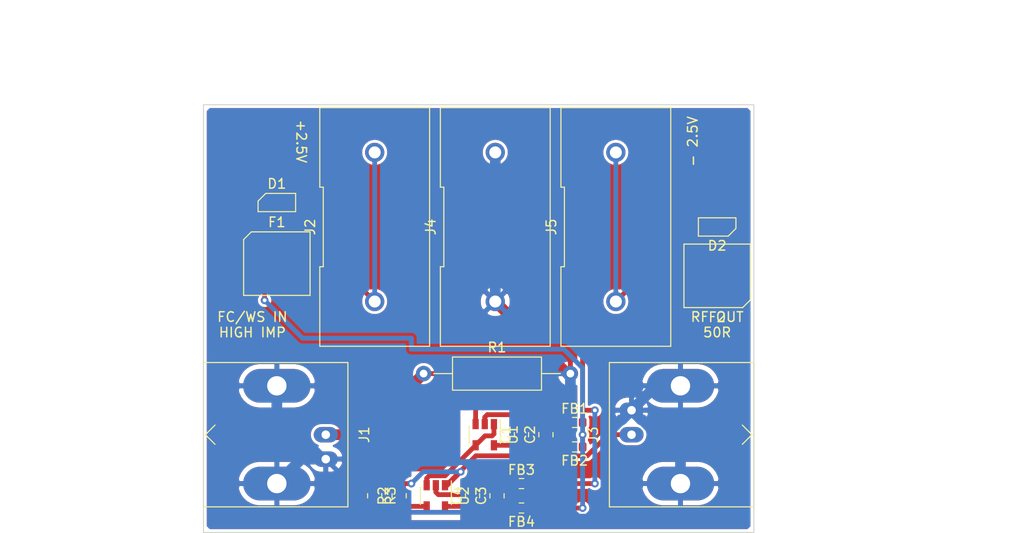
<source format=kicad_pcb>
(kicad_pcb (version 20171130) (host pcbnew 5.1.7)

  (general
    (thickness 1.6)
    (drawings 10)
    (tracks 114)
    (zones 0)
    (modules 22)
    (nets 14)
  )

  (page A4)
  (layers
    (0 F.Cu signal)
    (31 B.Cu signal)
    (32 B.Adhes user)
    (33 F.Adhes user)
    (34 B.Paste user)
    (35 F.Paste user)
    (36 B.SilkS user)
    (37 F.SilkS user)
    (38 B.Mask user)
    (39 F.Mask user)
    (40 Dwgs.User user)
    (41 Cmts.User user)
    (42 Eco1.User user)
    (43 Eco2.User user)
    (44 Edge.Cuts user)
    (45 Margin user)
    (46 B.CrtYd user)
    (47 F.CrtYd user)
    (48 B.Fab user)
    (49 F.Fab user)
  )

  (setup
    (last_trace_width 0.5)
    (user_trace_width 0.5)
    (user_trace_width 1.115)
    (user_trace_width 3.23)
    (trace_clearance 0.2)
    (zone_clearance 0.508)
    (zone_45_only no)
    (trace_min 0.2)
    (via_size 0.8)
    (via_drill 0.4)
    (via_min_size 0.4)
    (via_min_drill 0.3)
    (uvia_size 0.3)
    (uvia_drill 0.1)
    (uvias_allowed no)
    (uvia_min_size 0.2)
    (uvia_min_drill 0.1)
    (edge_width 0.05)
    (segment_width 0.2)
    (pcb_text_width 0.3)
    (pcb_text_size 1.5 1.5)
    (mod_edge_width 0.12)
    (mod_text_size 1 1)
    (mod_text_width 0.15)
    (pad_size 2 2)
    (pad_drill 1.25)
    (pad_to_mask_clearance 0)
    (aux_axis_origin 0 0)
    (visible_elements FFFFFF7F)
    (pcbplotparams
      (layerselection 0x010fc_ffffffff)
      (usegerberextensions false)
      (usegerberattributes true)
      (usegerberadvancedattributes true)
      (creategerberjobfile true)
      (excludeedgelayer false)
      (linewidth 0.100000)
      (plotframeref false)
      (viasonmask false)
      (mode 1)
      (useauxorigin false)
      (hpglpennumber 1)
      (hpglpenspeed 20)
      (hpglpendiameter 15.000000)
      (psnegative false)
      (psa4output false)
      (plotreference true)
      (plotvalue true)
      (plotinvisibletext false)
      (padsonsilk false)
      (subtractmaskfromsilk false)
      (outputformat 4)
      (mirror false)
      (drillshape 0)
      (scaleselection 1)
      (outputdirectory "/tmp/"))
  )

  (net 0 "")
  (net 1 "Net-(C1-Pad2)")
  (net 2 "Net-(C1-Pad1)")
  (net 3 "Net-(C3-Pad2)")
  (net 4 "Net-(C3-Pad1)")
  (net 5 -2V5)
  (net 6 +2V5)
  (net 7 GND)
  (net 8 "Net-(J1-Pad1)")
  (net 9 "Net-(J3-Pad1)")
  (net 10 "Net-(R2-Pad1)")
  (net 11 "Net-(U1-Pad1)")
  (net 12 "Net-(F1-Pad2)")
  (net 13 "Net-(F2-Pad2)")

  (net_class Default "This is the default net class."
    (clearance 0.2)
    (trace_width 0.25)
    (via_dia 0.8)
    (via_drill 0.4)
    (uvia_dia 0.3)
    (uvia_drill 0.1)
    (add_net +2V5)
    (add_net -2V5)
    (add_net GND)
    (add_net "Net-(C1-Pad1)")
    (add_net "Net-(C1-Pad2)")
    (add_net "Net-(C3-Pad1)")
    (add_net "Net-(C3-Pad2)")
    (add_net "Net-(F1-Pad2)")
    (add_net "Net-(F2-Pad2)")
    (add_net "Net-(J1-Pad1)")
    (add_net "Net-(J3-Pad1)")
    (add_net "Net-(R2-Pad1)")
    (add_net "Net-(U1-Pad1)")
  )

  (module GenericSMD:Generic2016 (layer F.Cu) (tedit 5F9AB9EB) (tstamp 5F9B44B0)
    (at 95.25 82.55 90)
    (path /5F9BDEE2)
    (attr smd)
    (fp_text reference F2 (at -4.3 0) (layer F.SilkS)
      (effects (font (size 1 1) (thickness 0.15)))
    )
    (fp_text value Polyfuse_Small (at 0 0 90) (layer F.Fab)
      (effects (font (size 1 1) (thickness 0.15)))
    )
    (fp_line (start -2.5 3.45) (end -3.3 2.65) (layer F.SilkS) (width 0.12))
    (fp_line (start -3.3 2.65) (end -3.3 -3.45) (layer F.SilkS) (width 0.12))
    (fp_line (start -3.3 -3.45) (end 3.3 -3.45) (layer F.SilkS) (width 0.12))
    (fp_line (start 3.3 -3.45) (end 3.3 3.45) (layer F.SilkS) (width 0.12))
    (fp_line (start 3.3 3.45) (end -2.5 3.45) (layer F.SilkS) (width 0.12))
    (fp_line (start -2.55 -2.7) (end 2.55 -2.7) (layer F.CrtYd) (width 0.05))
    (fp_line (start 2.55 -2.7) (end 2.55 2.7) (layer F.CrtYd) (width 0.05))
    (fp_line (start 2.55 2.7) (end -2.55 2.7) (layer F.CrtYd) (width 0.05))
    (fp_line (start -2.55 2.7) (end -2.55 -2.7) (layer F.CrtYd) (width 0.05))
    (pad 1 smd rect (at 0 1.7 90) (size 4.6 1.5) (layers F.Cu F.Paste F.Mask)
      (net 5 -2V5))
    (pad 2 smd rect (at 0 -1.7 90) (size 4.6 1.5) (layers F.Cu F.Paste F.Mask)
      (net 13 "Net-(F2-Pad2)"))
  )

  (module GenericSMD:Generic2016 (layer F.Cu) (tedit 5F9AB9EB) (tstamp 5F9B44DA)
    (at 49.53 81.28 270)
    (path /5F9BDA50)
    (attr smd)
    (fp_text reference F1 (at -4.3 0) (layer F.SilkS)
      (effects (font (size 1 1) (thickness 0.15)))
    )
    (fp_text value Polyfuse_Small (at 0 0 90) (layer F.Fab)
      (effects (font (size 1 1) (thickness 0.15)))
    )
    (fp_line (start -2.5 3.45) (end -3.3 2.65) (layer F.SilkS) (width 0.12))
    (fp_line (start -3.3 2.65) (end -3.3 -3.45) (layer F.SilkS) (width 0.12))
    (fp_line (start -3.3 -3.45) (end 3.3 -3.45) (layer F.SilkS) (width 0.12))
    (fp_line (start 3.3 -3.45) (end 3.3 3.45) (layer F.SilkS) (width 0.12))
    (fp_line (start 3.3 3.45) (end -2.5 3.45) (layer F.SilkS) (width 0.12))
    (fp_line (start -2.55 -2.7) (end 2.55 -2.7) (layer F.CrtYd) (width 0.05))
    (fp_line (start 2.55 -2.7) (end 2.55 2.7) (layer F.CrtYd) (width 0.05))
    (fp_line (start 2.55 2.7) (end -2.55 2.7) (layer F.CrtYd) (width 0.05))
    (fp_line (start -2.55 2.7) (end -2.55 -2.7) (layer F.CrtYd) (width 0.05))
    (pad 1 smd rect (at 0 1.7 270) (size 4.6 1.5) (layers F.Cu F.Paste F.Mask)
      (net 6 +2V5))
    (pad 2 smd rect (at 0 -1.7 270) (size 4.6 1.5) (layers F.Cu F.Paste F.Mask)
      (net 12 "Net-(F1-Pad2)"))
  )

  (module GenericSMD:Mini2 (layer F.Cu) (tedit 5F9ABB2E) (tstamp 5F9B4486)
    (at 95.25 77.47 90)
    (path /5F9C2A6A)
    (attr smd)
    (fp_text reference D2 (at -1.95 0) (layer F.SilkS)
      (effects (font (size 1 1) (thickness 0.15)))
    )
    (fp_text value D_Zener_Small (at 0 0 90) (layer F.Fab)
      (effects (font (size 1 1) (thickness 0.15)))
    )
    (fp_line (start -0.15 1.95) (end -0.95 1.15) (layer F.SilkS) (width 0.12))
    (fp_line (start -0.95 1.15) (end -0.95 -1.95) (layer F.SilkS) (width 0.12))
    (fp_line (start -0.95 -1.95) (end 0.95 -1.95) (layer F.SilkS) (width 0.12))
    (fp_line (start 0.95 -1.95) (end 0.95 1.95) (layer F.SilkS) (width 0.12))
    (fp_line (start 0.95 1.95) (end -0.15 1.95) (layer F.SilkS) (width 0.12))
    (fp_line (start -0.85 -2.2) (end 0.85 -2.2) (layer F.CrtYd) (width 0.05))
    (fp_line (start 0.85 -2.2) (end 0.85 2.2) (layer F.CrtYd) (width 0.05))
    (fp_line (start 0.85 2.2) (end -0.85 2.2) (layer F.CrtYd) (width 0.05))
    (fp_line (start -0.85 2.2) (end -0.85 -2.2) (layer F.CrtYd) (width 0.05))
    (pad 1 smd rect (at 0 1.525 90) (size 1.2 0.85) (layers F.Cu F.Paste F.Mask)
      (net 5 -2V5))
    (pad 2 smd rect (at 0 -1.525 90) (size 1.2 0.85) (layers F.Cu F.Paste F.Mask)
      (net 7 GND))
  )

  (module GenericSMD:Mini2 (layer F.Cu) (tedit 5F9ABB2E) (tstamp 5F9B45CA)
    (at 49.53 74.93 270)
    (path /5F9BE77F)
    (attr smd)
    (fp_text reference D1 (at -1.95 0) (layer F.SilkS)
      (effects (font (size 1 1) (thickness 0.15)))
    )
    (fp_text value D_Zener_Small (at 0 0 90) (layer F.Fab)
      (effects (font (size 1 1) (thickness 0.15)))
    )
    (fp_line (start -0.15 1.95) (end -0.95 1.15) (layer F.SilkS) (width 0.12))
    (fp_line (start -0.95 1.15) (end -0.95 -1.95) (layer F.SilkS) (width 0.12))
    (fp_line (start -0.95 -1.95) (end 0.95 -1.95) (layer F.SilkS) (width 0.12))
    (fp_line (start 0.95 -1.95) (end 0.95 1.95) (layer F.SilkS) (width 0.12))
    (fp_line (start 0.95 1.95) (end -0.15 1.95) (layer F.SilkS) (width 0.12))
    (fp_line (start -0.85 -2.2) (end 0.85 -2.2) (layer F.CrtYd) (width 0.05))
    (fp_line (start 0.85 -2.2) (end 0.85 2.2) (layer F.CrtYd) (width 0.05))
    (fp_line (start 0.85 2.2) (end -0.85 2.2) (layer F.CrtYd) (width 0.05))
    (fp_line (start -0.85 2.2) (end -0.85 -2.2) (layer F.CrtYd) (width 0.05))
    (pad 1 smd rect (at 0 1.525 270) (size 1.2 0.85) (layers F.Cu F.Paste F.Mask)
      (net 6 +2V5))
    (pad 2 smd rect (at 0 -1.525 270) (size 1.2 0.85) (layers F.Cu F.Paste F.Mask)
      (net 7 GND))
  )

  (module ConnectorMulticomp:24.243 (layer F.Cu) (tedit 5F9ABC45) (tstamp 5F9B01C8)
    (at 84.73 77.47)
    (path /5F9AD3B0)
    (fp_text reference J5 (at -6.7 0 90) (layer F.SilkS)
      (effects (font (size 1 1) (thickness 0.15)))
    )
    (fp_text value Con25N (at 0 0) (layer F.Fab) hide
      (effects (font (size 1 1) (thickness 0.15)))
    )
    (fp_line (start -5.7 12.4) (end 5.699999 12.4) (layer F.SilkS) (width 0.12))
    (fp_line (start 5.699999 12.4) (end 5.7 -12.4) (layer F.SilkS) (width 0.12))
    (fp_line (start 5.7 -12.4) (end -5.699999 -12.4) (layer F.SilkS) (width 0.12))
    (fp_line (start -5.699999 -12.4) (end -5.7 -4.133333) (layer F.SilkS) (width 0.12))
    (fp_line (start -5.7 -4.133333) (end -5.34 -4.133333) (layer F.SilkS) (width 0.12))
    (fp_line (start -5.34 -4.133333) (end -5.34 4.133333) (layer F.SilkS) (width 0.12))
    (fp_line (start -5.34 4.133333) (end -5.7 4.133333) (layer F.SilkS) (width 0.12))
    (fp_line (start -5.7 4.133333) (end -5.7 12.4) (layer F.SilkS) (width 0.12))
    (fp_line (start -1.25 -9) (end 1.25 -9) (layer F.CrtYd) (width 0.05))
    (fp_line (start 1.25 -9) (end 1.25 9) (layer F.CrtYd) (width 0.05))
    (fp_line (start 1.25 9) (end -1.25 9) (layer F.CrtYd) (width 0.05))
    (fp_line (start -1.25 9) (end -1.25 -9) (layer F.CrtYd) (width 0.05))
    (pad 1 thru_hole circle (at 0 7.75) (size 2 2) (drill 1.25) (layers *.Cu *.Mask)
      (net 13 "Net-(F2-Pad2)"))
    (pad 2 thru_hole circle (at 0 -7.75) (size 2 2) (drill 1.25) (layers *.Cu *.Mask)
      (net 13 "Net-(F2-Pad2)"))
  )

  (module ConnectorMulticomp:24.243 (layer F.Cu) (tedit 5F9AA3E5) (tstamp 5F9B01B6)
    (at 72.21 77.47)
    (path /5F9AD059)
    (fp_text reference J4 (at -6.7 0 90) (layer F.SilkS)
      (effects (font (size 1 1) (thickness 0.15)))
    )
    (fp_text value ConGND (at 0 0) (layer F.Fab) hide
      (effects (font (size 1 1) (thickness 0.15)))
    )
    (fp_line (start -5.7 12.4) (end 5.699999 12.4) (layer F.SilkS) (width 0.12))
    (fp_line (start 5.699999 12.4) (end 5.7 -12.4) (layer F.SilkS) (width 0.12))
    (fp_line (start 5.7 -12.4) (end -5.699999 -12.4) (layer F.SilkS) (width 0.12))
    (fp_line (start -5.699999 -12.4) (end -5.7 -4.133333) (layer F.SilkS) (width 0.12))
    (fp_line (start -5.7 -4.133333) (end -5.34 -4.133333) (layer F.SilkS) (width 0.12))
    (fp_line (start -5.34 -4.133333) (end -5.34 4.133333) (layer F.SilkS) (width 0.12))
    (fp_line (start -5.34 4.133333) (end -5.7 4.133333) (layer F.SilkS) (width 0.12))
    (fp_line (start -5.7 4.133333) (end -5.7 12.4) (layer F.SilkS) (width 0.12))
    (fp_line (start -1.25 -9) (end 1.25 -9) (layer F.CrtYd) (width 0.05))
    (fp_line (start 1.25 -9) (end 1.25 9) (layer F.CrtYd) (width 0.05))
    (fp_line (start 1.25 9) (end -1.25 9) (layer F.CrtYd) (width 0.05))
    (fp_line (start -1.25 9) (end -1.25 -9) (layer F.CrtYd) (width 0.05))
    (pad 1 thru_hole circle (at 0 7.75) (size 2 2) (drill 1.25) (layers *.Cu *.Mask)
      (net 7 GND))
    (pad 2 thru_hole circle (at 0 -7.75) (size 2 2) (drill 1.25) (layers *.Cu *.Mask))
  )

  (module ConnectorMulticomp:24.243 (layer F.Cu) (tedit 5F9ABC59) (tstamp 5F9B015C)
    (at 59.69 77.47)
    (path /5F9AC929)
    (fp_text reference J2 (at -6.7 0 90) (layer F.SilkS)
      (effects (font (size 1 1) (thickness 0.15)))
    )
    (fp_text value Con25P (at 0 0) (layer F.Fab) hide
      (effects (font (size 1 1) (thickness 0.15)))
    )
    (fp_line (start -5.7 12.4) (end 5.699999 12.4) (layer F.SilkS) (width 0.12))
    (fp_line (start 5.699999 12.4) (end 5.7 -12.4) (layer F.SilkS) (width 0.12))
    (fp_line (start 5.7 -12.4) (end -5.699999 -12.4) (layer F.SilkS) (width 0.12))
    (fp_line (start -5.699999 -12.4) (end -5.7 -4.133333) (layer F.SilkS) (width 0.12))
    (fp_line (start -5.7 -4.133333) (end -5.34 -4.133333) (layer F.SilkS) (width 0.12))
    (fp_line (start -5.34 -4.133333) (end -5.34 4.133333) (layer F.SilkS) (width 0.12))
    (fp_line (start -5.34 4.133333) (end -5.7 4.133333) (layer F.SilkS) (width 0.12))
    (fp_line (start -5.7 4.133333) (end -5.7 12.4) (layer F.SilkS) (width 0.12))
    (fp_line (start -1.25 -9) (end 1.25 -9) (layer F.CrtYd) (width 0.05))
    (fp_line (start 1.25 -9) (end 1.25 9) (layer F.CrtYd) (width 0.05))
    (fp_line (start 1.25 9) (end -1.25 9) (layer F.CrtYd) (width 0.05))
    (fp_line (start -1.25 9) (end -1.25 -9) (layer F.CrtYd) (width 0.05))
    (pad 1 thru_hole circle (at 0 7.75) (size 2 2) (drill 1.25) (layers *.Cu *.Mask)
      (net 12 "Net-(F1-Pad2)"))
    (pad 2 thru_hole circle (at 0 -7.75) (size 2 2) (drill 1.25) (layers *.Cu *.Mask)
      (net 12 "Net-(F1-Pad2)"))
  )

  (module Package_TO_SOT_SMD:SOT-23-5 (layer F.Cu) (tedit 5A02FF57) (tstamp 5F99F584)
    (at 66.04 105.41 270)
    (descr "5-pin SOT23 package")
    (tags SOT-23-5)
    (path /5F996ABC)
    (attr smd)
    (fp_text reference U2 (at 0 -2.9 90) (layer F.SilkS)
      (effects (font (size 1 1) (thickness 0.15)))
    )
    (fp_text value THS4304 (at 0 2.9 90) (layer F.Fab)
      (effects (font (size 1 1) (thickness 0.15)))
    )
    (fp_line (start 0.9 -1.55) (end 0.9 1.55) (layer F.Fab) (width 0.1))
    (fp_line (start 0.9 1.55) (end -0.9 1.55) (layer F.Fab) (width 0.1))
    (fp_line (start -0.9 -0.9) (end -0.9 1.55) (layer F.Fab) (width 0.1))
    (fp_line (start 0.9 -1.55) (end -0.25 -1.55) (layer F.Fab) (width 0.1))
    (fp_line (start -0.9 -0.9) (end -0.25 -1.55) (layer F.Fab) (width 0.1))
    (fp_line (start -1.9 1.8) (end -1.9 -1.8) (layer F.CrtYd) (width 0.05))
    (fp_line (start 1.9 1.8) (end -1.9 1.8) (layer F.CrtYd) (width 0.05))
    (fp_line (start 1.9 -1.8) (end 1.9 1.8) (layer F.CrtYd) (width 0.05))
    (fp_line (start -1.9 -1.8) (end 1.9 -1.8) (layer F.CrtYd) (width 0.05))
    (fp_line (start 0.9 -1.61) (end -1.55 -1.61) (layer F.SilkS) (width 0.12))
    (fp_line (start -0.9 1.61) (end 0.9 1.61) (layer F.SilkS) (width 0.12))
    (fp_text user %R (at 0 0) (layer F.Fab)
      (effects (font (size 0.5 0.5) (thickness 0.075)))
    )
    (pad 5 smd rect (at 1.1 -0.95 270) (size 1.06 0.65) (layers F.Cu F.Paste F.Mask)
      (net 4 "Net-(C3-Pad1)"))
    (pad 4 smd rect (at 1.1 0.95 270) (size 1.06 0.65) (layers F.Cu F.Paste F.Mask)
      (net 10 "Net-(R2-Pad1)"))
    (pad 3 smd rect (at -1.1 0.95 270) (size 1.06 0.65) (layers F.Cu F.Paste F.Mask)
      (net 11 "Net-(U1-Pad1)"))
    (pad 2 smd rect (at -1.1 0 270) (size 1.06 0.65) (layers F.Cu F.Paste F.Mask)
      (net 3 "Net-(C3-Pad2)"))
    (pad 1 smd rect (at -1.1 -0.95 270) (size 1.06 0.65) (layers F.Cu F.Paste F.Mask)
      (net 9 "Net-(J3-Pad1)"))
    (model ${KISYS3DMOD}/Package_TO_SOT_SMD.3dshapes/SOT-23-5.wrl
      (at (xyz 0 0 0))
      (scale (xyz 1 1 1))
      (rotate (xyz 0 0 0))
    )
  )

  (module Package_TO_SOT_SMD:SOT-23-5 (layer F.Cu) (tedit 5A02FF57) (tstamp 5F99F56F)
    (at 71.12 99.06 270)
    (descr "5-pin SOT23 package")
    (tags SOT-23-5)
    (path /5F99657B)
    (attr smd)
    (fp_text reference U1 (at 0 -2.9 90) (layer F.SilkS)
      (effects (font (size 1 1) (thickness 0.15)))
    )
    (fp_text value THS4304 (at 0 2.9 90) (layer F.Fab)
      (effects (font (size 1 1) (thickness 0.15)))
    )
    (fp_line (start 0.9 -1.55) (end 0.9 1.55) (layer F.Fab) (width 0.1))
    (fp_line (start 0.9 1.55) (end -0.9 1.55) (layer F.Fab) (width 0.1))
    (fp_line (start -0.9 -0.9) (end -0.9 1.55) (layer F.Fab) (width 0.1))
    (fp_line (start 0.9 -1.55) (end -0.25 -1.55) (layer F.Fab) (width 0.1))
    (fp_line (start -0.9 -0.9) (end -0.25 -1.55) (layer F.Fab) (width 0.1))
    (fp_line (start -1.9 1.8) (end -1.9 -1.8) (layer F.CrtYd) (width 0.05))
    (fp_line (start 1.9 1.8) (end -1.9 1.8) (layer F.CrtYd) (width 0.05))
    (fp_line (start 1.9 -1.8) (end 1.9 1.8) (layer F.CrtYd) (width 0.05))
    (fp_line (start -1.9 -1.8) (end 1.9 -1.8) (layer F.CrtYd) (width 0.05))
    (fp_line (start 0.9 -1.61) (end -1.55 -1.61) (layer F.SilkS) (width 0.12))
    (fp_line (start -0.9 1.61) (end 0.9 1.61) (layer F.SilkS) (width 0.12))
    (fp_text user %R (at 0 0) (layer F.Fab)
      (effects (font (size 0.5 0.5) (thickness 0.075)))
    )
    (pad 5 smd rect (at 1.1 -0.95 270) (size 1.06 0.65) (layers F.Cu F.Paste F.Mask)
      (net 2 "Net-(C1-Pad1)"))
    (pad 4 smd rect (at 1.1 0.95 270) (size 1.06 0.65) (layers F.Cu F.Paste F.Mask)
      (net 11 "Net-(U1-Pad1)"))
    (pad 3 smd rect (at -1.1 0.95 270) (size 1.06 0.65) (layers F.Cu F.Paste F.Mask)
      (net 8 "Net-(J1-Pad1)"))
    (pad 2 smd rect (at -1.1 0 270) (size 1.06 0.65) (layers F.Cu F.Paste F.Mask)
      (net 1 "Net-(C1-Pad2)"))
    (pad 1 smd rect (at -1.1 -0.95 270) (size 1.06 0.65) (layers F.Cu F.Paste F.Mask)
      (net 11 "Net-(U1-Pad1)"))
    (model ${KISYS3DMOD}/Package_TO_SOT_SMD.3dshapes/SOT-23-5.wrl
      (at (xyz 0 0 0))
      (scale (xyz 1 1 1))
      (rotate (xyz 0 0 0))
    )
  )

  (module Resistor_SMD:R_0805_2012Metric (layer F.Cu) (tedit 5F68FEEE) (tstamp 5F99FC8A)
    (at 59.69 105.41 270)
    (descr "Resistor SMD 0805 (2012 Metric), square (rectangular) end terminal, IPC_7351 nominal, (Body size source: IPC-SM-782 page 72, https://www.pcb-3d.com/wordpress/wp-content/uploads/ipc-sm-782a_amendment_1_and_2.pdf), generated with kicad-footprint-generator")
    (tags resistor)
    (path /5F99CEB5)
    (attr smd)
    (fp_text reference R3 (at 0 -1.65 90) (layer F.SilkS)
      (effects (font (size 1 1) (thickness 0.15)))
    )
    (fp_text value 100mR (at 0 1.65 90) (layer F.Fab)
      (effects (font (size 1 1) (thickness 0.15)))
    )
    (fp_line (start 1.68 0.95) (end -1.68 0.95) (layer F.CrtYd) (width 0.05))
    (fp_line (start 1.68 -0.95) (end 1.68 0.95) (layer F.CrtYd) (width 0.05))
    (fp_line (start -1.68 -0.95) (end 1.68 -0.95) (layer F.CrtYd) (width 0.05))
    (fp_line (start -1.68 0.95) (end -1.68 -0.95) (layer F.CrtYd) (width 0.05))
    (fp_line (start -0.227064 0.735) (end 0.227064 0.735) (layer F.SilkS) (width 0.12))
    (fp_line (start -0.227064 -0.735) (end 0.227064 -0.735) (layer F.SilkS) (width 0.12))
    (fp_line (start 1 0.625) (end -1 0.625) (layer F.Fab) (width 0.1))
    (fp_line (start 1 -0.625) (end 1 0.625) (layer F.Fab) (width 0.1))
    (fp_line (start -1 -0.625) (end 1 -0.625) (layer F.Fab) (width 0.1))
    (fp_line (start -1 0.625) (end -1 -0.625) (layer F.Fab) (width 0.1))
    (fp_text user %R (at 0 0 90) (layer F.Fab)
      (effects (font (size 0.5 0.5) (thickness 0.08)))
    )
    (pad 2 smd roundrect (at 0.9125 0 270) (size 1.025 1.4) (layers F.Cu F.Paste F.Mask) (roundrect_rratio 0.2439014634146341)
      (net 10 "Net-(R2-Pad1)"))
    (pad 1 smd roundrect (at -0.9125 0 270) (size 1.025 1.4) (layers F.Cu F.Paste F.Mask) (roundrect_rratio 0.2439014634146341)
      (net 7 GND))
    (model ${KISYS3DMOD}/Resistor_SMD.3dshapes/R_0805_2012Metric.wrl
      (at (xyz 0 0 0))
      (scale (xyz 1 1 1))
      (rotate (xyz 0 0 0))
    )
  )

  (module Resistor_SMD:R_0805_2012Metric (layer F.Cu) (tedit 5F68FEEE) (tstamp 5F99F549)
    (at 62.23 105.41 90)
    (descr "Resistor SMD 0805 (2012 Metric), square (rectangular) end terminal, IPC_7351 nominal, (Body size source: IPC-SM-782 page 72, https://www.pcb-3d.com/wordpress/wp-content/uploads/ipc-sm-782a_amendment_1_and_2.pdf), generated with kicad-footprint-generator")
    (tags resistor)
    (path /5F99C15C)
    (attr smd)
    (fp_text reference R2 (at 0 -1.65 90) (layer F.SilkS)
      (effects (font (size 1 1) (thickness 0.15)))
    )
    (fp_text value 100R (at 0 1.65 90) (layer F.Fab)
      (effects (font (size 1 1) (thickness 0.15)))
    )
    (fp_line (start 1.68 0.95) (end -1.68 0.95) (layer F.CrtYd) (width 0.05))
    (fp_line (start 1.68 -0.95) (end 1.68 0.95) (layer F.CrtYd) (width 0.05))
    (fp_line (start -1.68 -0.95) (end 1.68 -0.95) (layer F.CrtYd) (width 0.05))
    (fp_line (start -1.68 0.95) (end -1.68 -0.95) (layer F.CrtYd) (width 0.05))
    (fp_line (start -0.227064 0.735) (end 0.227064 0.735) (layer F.SilkS) (width 0.12))
    (fp_line (start -0.227064 -0.735) (end 0.227064 -0.735) (layer F.SilkS) (width 0.12))
    (fp_line (start 1 0.625) (end -1 0.625) (layer F.Fab) (width 0.1))
    (fp_line (start 1 -0.625) (end 1 0.625) (layer F.Fab) (width 0.1))
    (fp_line (start -1 -0.625) (end 1 -0.625) (layer F.Fab) (width 0.1))
    (fp_line (start -1 0.625) (end -1 -0.625) (layer F.Fab) (width 0.1))
    (fp_text user %R (at 0 0 90) (layer F.Fab)
      (effects (font (size 0.5 0.5) (thickness 0.08)))
    )
    (pad 2 smd roundrect (at 0.9125 0 90) (size 1.025 1.4) (layers F.Cu F.Paste F.Mask) (roundrect_rratio 0.2439014634146341)
      (net 9 "Net-(J3-Pad1)"))
    (pad 1 smd roundrect (at -0.9125 0 90) (size 1.025 1.4) (layers F.Cu F.Paste F.Mask) (roundrect_rratio 0.2439014634146341)
      (net 10 "Net-(R2-Pad1)"))
    (model ${KISYS3DMOD}/Resistor_SMD.3dshapes/R_0805_2012Metric.wrl
      (at (xyz 0 0 0))
      (scale (xyz 1 1 1))
      (rotate (xyz 0 0 0))
    )
  )

  (module Resistor_THT:R_Axial_DIN0309_L9.0mm_D3.2mm_P15.24mm_Horizontal (layer F.Cu) (tedit 5AE5139B) (tstamp 5F99F538)
    (at 64.77 92.71)
    (descr "Resistor, Axial_DIN0309 series, Axial, Horizontal, pin pitch=15.24mm, 0.5W = 1/2W, length*diameter=9*3.2mm^2, http://cdn-reichelt.de/documents/datenblatt/B400/1_4W%23YAG.pdf")
    (tags "Resistor Axial_DIN0309 series Axial Horizontal pin pitch 15.24mm 0.5W = 1/2W length 9mm diameter 3.2mm")
    (path /5F9B220F)
    (fp_text reference R1 (at 7.62 -2.72) (layer F.SilkS)
      (effects (font (size 1 1) (thickness 0.15)))
    )
    (fp_text value 1M-10M (at 7.62 2.72) (layer F.Fab)
      (effects (font (size 1 1) (thickness 0.15)))
    )
    (fp_line (start 16.29 -1.85) (end -1.05 -1.85) (layer F.CrtYd) (width 0.05))
    (fp_line (start 16.29 1.85) (end 16.29 -1.85) (layer F.CrtYd) (width 0.05))
    (fp_line (start -1.05 1.85) (end 16.29 1.85) (layer F.CrtYd) (width 0.05))
    (fp_line (start -1.05 -1.85) (end -1.05 1.85) (layer F.CrtYd) (width 0.05))
    (fp_line (start 14.2 0) (end 12.24 0) (layer F.SilkS) (width 0.12))
    (fp_line (start 1.04 0) (end 3 0) (layer F.SilkS) (width 0.12))
    (fp_line (start 12.24 -1.72) (end 3 -1.72) (layer F.SilkS) (width 0.12))
    (fp_line (start 12.24 1.72) (end 12.24 -1.72) (layer F.SilkS) (width 0.12))
    (fp_line (start 3 1.72) (end 12.24 1.72) (layer F.SilkS) (width 0.12))
    (fp_line (start 3 -1.72) (end 3 1.72) (layer F.SilkS) (width 0.12))
    (fp_line (start 15.24 0) (end 12.12 0) (layer F.Fab) (width 0.1))
    (fp_line (start 0 0) (end 3.12 0) (layer F.Fab) (width 0.1))
    (fp_line (start 12.12 -1.6) (end 3.12 -1.6) (layer F.Fab) (width 0.1))
    (fp_line (start 12.12 1.6) (end 12.12 -1.6) (layer F.Fab) (width 0.1))
    (fp_line (start 3.12 1.6) (end 12.12 1.6) (layer F.Fab) (width 0.1))
    (fp_line (start 3.12 -1.6) (end 3.12 1.6) (layer F.Fab) (width 0.1))
    (fp_text user %R (at 7.62 0.04) (layer F.Fab)
      (effects (font (size 1 1) (thickness 0.15)))
    )
    (pad 2 thru_hole oval (at 15.24 0) (size 1.6 1.6) (drill 0.8) (layers *.Cu *.Mask)
      (net 7 GND))
    (pad 1 thru_hole circle (at 0 0) (size 1.6 1.6) (drill 0.8) (layers *.Cu *.Mask)
      (net 8 "Net-(J1-Pad1)"))
    (model ${KISYS3DMOD}/Resistor_THT.3dshapes/R_Axial_DIN0309_L9.0mm_D3.2mm_P15.24mm_Horizontal.wrl
      (at (xyz 0 0 0))
      (scale (xyz 1 1 1))
      (rotate (xyz 0 0 0))
    )
  )

  (module Connector_Coaxial:BNC_Amphenol_B6252HB-NPP3G-50_Horizontal (layer F.Cu) (tedit 5C13907B) (tstamp 5F99F7BE)
    (at 86.36 99.06 270)
    (descr http://www.farnell.com/datasheets/612848.pdf)
    (tags "BNC Amphenol Horizontal")
    (path /5F9BB674)
    (fp_text reference J3 (at 0 4 90) (layer F.SilkS)
      (effects (font (size 1 1) (thickness 0.15)))
    )
    (fp_text value Conn_01x02_Male (at 0 6 270) (layer F.Fab)
      (effects (font (size 1 1) (thickness 0.15)))
    )
    (fp_line (start 0 -12.5) (end 1 -11.5) (layer F.SilkS) (width 0.12))
    (fp_line (start 0 -12.5) (end -1 -11.5) (layer F.SilkS) (width 0.12))
    (fp_line (start 7.85 2.7) (end 7.85 -33.8) (layer F.CrtYd) (width 0.05))
    (fp_line (start 7.85 -33.8) (end -7.85 -33.8) (layer F.CrtYd) (width 0.05))
    (fp_line (start -7.85 2.7) (end -7.85 -33.8) (layer F.CrtYd) (width 0.05))
    (fp_line (start -7.85 2.7) (end 7.85 2.7) (layer F.CrtYd) (width 0.05))
    (fp_line (start -7.5 2.3) (end -7.5 -12.7) (layer F.SilkS) (width 0.12))
    (fp_line (start 7.5 2.3) (end -7.5 2.3) (layer F.SilkS) (width 0.12))
    (fp_line (start 7.5 -12.7) (end 7.5 2.3) (layer F.SilkS) (width 0.12))
    (fp_line (start -7.5 -12.7) (end 7.5 -12.7) (layer F.SilkS) (width 0.12))
    (fp_line (start -5 -14) (end 5 -15) (layer F.Fab) (width 0.1))
    (fp_line (start -7.35 -12.7) (end -7.35 2.2) (layer F.Fab) (width 0.1))
    (fp_line (start 7.35 -12.7) (end -7.35 -12.7) (layer F.Fab) (width 0.1))
    (fp_line (start 7.35 2.2) (end 7.35 -12.7) (layer F.Fab) (width 0.1))
    (fp_line (start -7.35 2.2) (end 7.35 2.2) (layer F.Fab) (width 0.1))
    (fp_line (start -6.35 -21.4) (end -6.35 -12.7) (layer F.Fab) (width 0.1))
    (fp_line (start 6.35 -21.4) (end -6.35 -21.4) (layer F.Fab) (width 0.1))
    (fp_line (start 6.35 -12.7) (end 6.35 -21.4) (layer F.Fab) (width 0.1))
    (fp_line (start -4.8 -33.3) (end -4.8 -21.4) (layer F.Fab) (width 0.1))
    (fp_line (start 4.8 -33.3) (end -4.8 -33.3) (layer F.Fab) (width 0.1))
    (fp_line (start 4.8 -21.4) (end 4.8 -33.3) (layer F.Fab) (width 0.1))
    (fp_circle (center 0 -28.07) (end 1 -28.07) (layer F.Fab) (width 0.1))
    (fp_line (start -5 -15) (end 5 -16) (layer F.Fab) (width 0.1))
    (fp_line (start -5 -16) (end 5 -17) (layer F.Fab) (width 0.1))
    (fp_line (start -5 -17) (end 5 -18) (layer F.Fab) (width 0.1))
    (fp_line (start -5 -18) (end 5 -19) (layer F.Fab) (width 0.1))
    (fp_line (start -5 -19) (end 5 -20) (layer F.Fab) (width 0.1))
    (fp_line (start -5 -20) (end 5 -21) (layer F.Fab) (width 0.1))
    (fp_text user %R (at 0 0 90) (layer F.Fab)
      (effects (font (size 1 1) (thickness 0.15)))
    )
    (pad 2 thru_hole oval (at -2.54 0 270) (size 1.6 2.5) (drill 0.89) (layers *.Cu *.Mask)
      (net 7 GND))
    (pad 1 thru_hole oval (at 0 0 270) (size 1.6 2.5) (drill 0.89) (layers *.Cu *.Mask)
      (net 9 "Net-(J3-Pad1)"))
    (pad 2 thru_hole oval (at 5.08 -5.08 270) (size 3.5 7) (drill 2.01) (layers *.Cu *.Mask)
      (net 7 GND))
    (pad 2 thru_hole oval (at -5.08 -5.08 270) (size 3.5 7) (drill 2.01) (layers *.Cu *.Mask)
      (net 7 GND))
    (model ${KISYS3DMOD}/Connector_Coaxial.3dshapes/BNC_Amphenol_B6252HB-NPP3G-50_Horizontal.wrl
      (at (xyz 0 0 0))
      (scale (xyz 1 1 1))
      (rotate (xyz 0 0 0))
    )
  )

  (module Connector_Coaxial:BNC_Amphenol_B6252HB-NPP3G-50_Horizontal (layer F.Cu) (tedit 5C13907B) (tstamp 5F99F4E6)
    (at 54.61 99.06 90)
    (descr http://www.farnell.com/datasheets/612848.pdf)
    (tags "BNC Amphenol Horizontal")
    (path /5F9BAEB9)
    (fp_text reference J1 (at 0 4 90) (layer F.SilkS)
      (effects (font (size 1 1) (thickness 0.15)))
    )
    (fp_text value Conn_01x02_Male (at 0 6 270) (layer F.Fab)
      (effects (font (size 1 1) (thickness 0.15)))
    )
    (fp_line (start 0 -12.5) (end 1 -11.5) (layer F.SilkS) (width 0.12))
    (fp_line (start 0 -12.5) (end -1 -11.5) (layer F.SilkS) (width 0.12))
    (fp_line (start 7.85 2.7) (end 7.85 -33.8) (layer F.CrtYd) (width 0.05))
    (fp_line (start 7.85 -33.8) (end -7.85 -33.8) (layer F.CrtYd) (width 0.05))
    (fp_line (start -7.85 2.7) (end -7.85 -33.8) (layer F.CrtYd) (width 0.05))
    (fp_line (start -7.85 2.7) (end 7.85 2.7) (layer F.CrtYd) (width 0.05))
    (fp_line (start -7.5 2.3) (end -7.5 -12.7) (layer F.SilkS) (width 0.12))
    (fp_line (start 7.5 2.3) (end -7.5 2.3) (layer F.SilkS) (width 0.12))
    (fp_line (start 7.5 -12.7) (end 7.5 2.3) (layer F.SilkS) (width 0.12))
    (fp_line (start -7.5 -12.7) (end 7.5 -12.7) (layer F.SilkS) (width 0.12))
    (fp_line (start -5 -14) (end 5 -15) (layer F.Fab) (width 0.1))
    (fp_line (start -7.35 -12.7) (end -7.35 2.2) (layer F.Fab) (width 0.1))
    (fp_line (start 7.35 -12.7) (end -7.35 -12.7) (layer F.Fab) (width 0.1))
    (fp_line (start 7.35 2.2) (end 7.35 -12.7) (layer F.Fab) (width 0.1))
    (fp_line (start -7.35 2.2) (end 7.35 2.2) (layer F.Fab) (width 0.1))
    (fp_line (start -6.35 -21.4) (end -6.35 -12.7) (layer F.Fab) (width 0.1))
    (fp_line (start 6.35 -21.4) (end -6.35 -21.4) (layer F.Fab) (width 0.1))
    (fp_line (start 6.35 -12.7) (end 6.35 -21.4) (layer F.Fab) (width 0.1))
    (fp_line (start -4.8 -33.3) (end -4.8 -21.4) (layer F.Fab) (width 0.1))
    (fp_line (start 4.8 -33.3) (end -4.8 -33.3) (layer F.Fab) (width 0.1))
    (fp_line (start 4.8 -21.4) (end 4.8 -33.3) (layer F.Fab) (width 0.1))
    (fp_circle (center 0 -28.07) (end 1 -28.07) (layer F.Fab) (width 0.1))
    (fp_line (start -5 -15) (end 5 -16) (layer F.Fab) (width 0.1))
    (fp_line (start -5 -16) (end 5 -17) (layer F.Fab) (width 0.1))
    (fp_line (start -5 -17) (end 5 -18) (layer F.Fab) (width 0.1))
    (fp_line (start -5 -18) (end 5 -19) (layer F.Fab) (width 0.1))
    (fp_line (start -5 -19) (end 5 -20) (layer F.Fab) (width 0.1))
    (fp_line (start -5 -20) (end 5 -21) (layer F.Fab) (width 0.1))
    (fp_text user %R (at 0 0 90) (layer F.Fab)
      (effects (font (size 1 1) (thickness 0.15)))
    )
    (pad 2 thru_hole oval (at -2.54 0 90) (size 1.6 2.5) (drill 0.89) (layers *.Cu *.Mask)
      (net 7 GND))
    (pad 1 thru_hole oval (at 0 0 90) (size 1.6 2.5) (drill 0.89) (layers *.Cu *.Mask)
      (net 8 "Net-(J1-Pad1)"))
    (pad 2 thru_hole oval (at 5.08 -5.08 90) (size 3.5 7) (drill 2.01) (layers *.Cu *.Mask)
      (net 7 GND))
    (pad 2 thru_hole oval (at -5.08 -5.08 90) (size 3.5 7) (drill 2.01) (layers *.Cu *.Mask)
      (net 7 GND))
    (model ${KISYS3DMOD}/Connector_Coaxial.3dshapes/BNC_Amphenol_B6252HB-NPP3G-50_Horizontal.wrl
      (at (xyz 0 0 0))
      (scale (xyz 1 1 1))
      (rotate (xyz 0 0 0))
    )
  )

  (module Resistor_SMD:R_0603_1608Metric (layer F.Cu) (tedit 5F68FEEE) (tstamp 5F99FC07)
    (at 74.93 106.68 180)
    (descr "Resistor SMD 0603 (1608 Metric), square (rectangular) end terminal, IPC_7351 nominal, (Body size source: IPC-SM-782 page 72, https://www.pcb-3d.com/wordpress/wp-content/uploads/ipc-sm-782a_amendment_1_and_2.pdf), generated with kicad-footprint-generator")
    (tags resistor)
    (path /5F9CA00F)
    (attr smd)
    (fp_text reference FB4 (at 0 -1.43) (layer F.SilkS)
      (effects (font (size 1 1) (thickness 0.15)))
    )
    (fp_text value Ferrite_Bead_Small (at 0 1.43) (layer F.Fab)
      (effects (font (size 1 1) (thickness 0.15)))
    )
    (fp_line (start 1.48 0.73) (end -1.48 0.73) (layer F.CrtYd) (width 0.05))
    (fp_line (start 1.48 -0.73) (end 1.48 0.73) (layer F.CrtYd) (width 0.05))
    (fp_line (start -1.48 -0.73) (end 1.48 -0.73) (layer F.CrtYd) (width 0.05))
    (fp_line (start -1.48 0.73) (end -1.48 -0.73) (layer F.CrtYd) (width 0.05))
    (fp_line (start -0.237258 0.5225) (end 0.237258 0.5225) (layer F.SilkS) (width 0.12))
    (fp_line (start -0.237258 -0.5225) (end 0.237258 -0.5225) (layer F.SilkS) (width 0.12))
    (fp_line (start 0.8 0.4125) (end -0.8 0.4125) (layer F.Fab) (width 0.1))
    (fp_line (start 0.8 -0.4125) (end 0.8 0.4125) (layer F.Fab) (width 0.1))
    (fp_line (start -0.8 -0.4125) (end 0.8 -0.4125) (layer F.Fab) (width 0.1))
    (fp_line (start -0.8 0.4125) (end -0.8 -0.4125) (layer F.Fab) (width 0.1))
    (fp_text user %R (at 0 0) (layer F.Fab)
      (effects (font (size 0.4 0.4) (thickness 0.06)))
    )
    (pad 2 smd roundrect (at 0.825 0 180) (size 0.8 0.95) (layers F.Cu F.Paste F.Mask) (roundrect_rratio 0.25)
      (net 4 "Net-(C3-Pad1)"))
    (pad 1 smd roundrect (at -0.825 0 180) (size 0.8 0.95) (layers F.Cu F.Paste F.Mask) (roundrect_rratio 0.25)
      (net 6 +2V5))
    (model ${KISYS3DMOD}/Resistor_SMD.3dshapes/R_0603_1608Metric.wrl
      (at (xyz 0 0 0))
      (scale (xyz 1 1 1))
      (rotate (xyz 0 0 0))
    )
  )

  (module Resistor_SMD:R_0603_1608Metric (layer F.Cu) (tedit 5F68FEEE) (tstamp 5F99FB3E)
    (at 74.93 104.14)
    (descr "Resistor SMD 0603 (1608 Metric), square (rectangular) end terminal, IPC_7351 nominal, (Body size source: IPC-SM-782 page 72, https://www.pcb-3d.com/wordpress/wp-content/uploads/ipc-sm-782a_amendment_1_and_2.pdf), generated with kicad-footprint-generator")
    (tags resistor)
    (path /5F9C2B1E)
    (attr smd)
    (fp_text reference FB3 (at 0 -1.43) (layer F.SilkS)
      (effects (font (size 1 1) (thickness 0.15)))
    )
    (fp_text value Ferrite_Bead_Small (at 0 1.43) (layer F.Fab)
      (effects (font (size 1 1) (thickness 0.15)))
    )
    (fp_line (start 1.48 0.73) (end -1.48 0.73) (layer F.CrtYd) (width 0.05))
    (fp_line (start 1.48 -0.73) (end 1.48 0.73) (layer F.CrtYd) (width 0.05))
    (fp_line (start -1.48 -0.73) (end 1.48 -0.73) (layer F.CrtYd) (width 0.05))
    (fp_line (start -1.48 0.73) (end -1.48 -0.73) (layer F.CrtYd) (width 0.05))
    (fp_line (start -0.237258 0.5225) (end 0.237258 0.5225) (layer F.SilkS) (width 0.12))
    (fp_line (start -0.237258 -0.5225) (end 0.237258 -0.5225) (layer F.SilkS) (width 0.12))
    (fp_line (start 0.8 0.4125) (end -0.8 0.4125) (layer F.Fab) (width 0.1))
    (fp_line (start 0.8 -0.4125) (end 0.8 0.4125) (layer F.Fab) (width 0.1))
    (fp_line (start -0.8 -0.4125) (end 0.8 -0.4125) (layer F.Fab) (width 0.1))
    (fp_line (start -0.8 0.4125) (end -0.8 -0.4125) (layer F.Fab) (width 0.1))
    (fp_text user %R (at 0 0) (layer F.Fab)
      (effects (font (size 0.4 0.4) (thickness 0.06)))
    )
    (pad 2 smd roundrect (at 0.825 0) (size 0.8 0.95) (layers F.Cu F.Paste F.Mask) (roundrect_rratio 0.25)
      (net 5 -2V5))
    (pad 1 smd roundrect (at -0.825 0) (size 0.8 0.95) (layers F.Cu F.Paste F.Mask) (roundrect_rratio 0.25)
      (net 3 "Net-(C3-Pad2)"))
    (model ${KISYS3DMOD}/Resistor_SMD.3dshapes/R_0603_1608Metric.wrl
      (at (xyz 0 0 0))
      (scale (xyz 1 1 1))
      (rotate (xyz 0 0 0))
    )
  )

  (module Resistor_SMD:R_0603_1608Metric (layer F.Cu) (tedit 5F68FEEE) (tstamp 5F99F49F)
    (at 80.455 100.33 180)
    (descr "Resistor SMD 0603 (1608 Metric), square (rectangular) end terminal, IPC_7351 nominal, (Body size source: IPC-SM-782 page 72, https://www.pcb-3d.com/wordpress/wp-content/uploads/ipc-sm-782a_amendment_1_and_2.pdf), generated with kicad-footprint-generator")
    (tags resistor)
    (path /5F9CC27E)
    (attr smd)
    (fp_text reference FB2 (at 0 -1.43) (layer F.SilkS)
      (effects (font (size 1 1) (thickness 0.15)))
    )
    (fp_text value Ferrite_Bead_Small (at 0 1.43) (layer F.Fab)
      (effects (font (size 1 1) (thickness 0.15)))
    )
    (fp_line (start 1.48 0.73) (end -1.48 0.73) (layer F.CrtYd) (width 0.05))
    (fp_line (start 1.48 -0.73) (end 1.48 0.73) (layer F.CrtYd) (width 0.05))
    (fp_line (start -1.48 -0.73) (end 1.48 -0.73) (layer F.CrtYd) (width 0.05))
    (fp_line (start -1.48 0.73) (end -1.48 -0.73) (layer F.CrtYd) (width 0.05))
    (fp_line (start -0.237258 0.5225) (end 0.237258 0.5225) (layer F.SilkS) (width 0.12))
    (fp_line (start -0.237258 -0.5225) (end 0.237258 -0.5225) (layer F.SilkS) (width 0.12))
    (fp_line (start 0.8 0.4125) (end -0.8 0.4125) (layer F.Fab) (width 0.1))
    (fp_line (start 0.8 -0.4125) (end 0.8 0.4125) (layer F.Fab) (width 0.1))
    (fp_line (start -0.8 -0.4125) (end 0.8 -0.4125) (layer F.Fab) (width 0.1))
    (fp_line (start -0.8 0.4125) (end -0.8 -0.4125) (layer F.Fab) (width 0.1))
    (fp_text user %R (at 0 0) (layer F.Fab)
      (effects (font (size 0.4 0.4) (thickness 0.06)))
    )
    (pad 2 smd roundrect (at 0.825 0 180) (size 0.8 0.95) (layers F.Cu F.Paste F.Mask) (roundrect_rratio 0.25)
      (net 2 "Net-(C1-Pad1)"))
    (pad 1 smd roundrect (at -0.825 0 180) (size 0.8 0.95) (layers F.Cu F.Paste F.Mask) (roundrect_rratio 0.25)
      (net 6 +2V5))
    (model ${KISYS3DMOD}/Resistor_SMD.3dshapes/R_0603_1608Metric.wrl
      (at (xyz 0 0 0))
      (scale (xyz 1 1 1))
      (rotate (xyz 0 0 0))
    )
  )

  (module Resistor_SMD:R_0603_1608Metric (layer F.Cu) (tedit 5F68FEEE) (tstamp 5F99F48E)
    (at 80.455 97.79)
    (descr "Resistor SMD 0603 (1608 Metric), square (rectangular) end terminal, IPC_7351 nominal, (Body size source: IPC-SM-782 page 72, https://www.pcb-3d.com/wordpress/wp-content/uploads/ipc-sm-782a_amendment_1_and_2.pdf), generated with kicad-footprint-generator")
    (tags resistor)
    (path /5F9CC278)
    (attr smd)
    (fp_text reference FB1 (at 0 -1.43) (layer F.SilkS)
      (effects (font (size 1 1) (thickness 0.15)))
    )
    (fp_text value Ferrite_Bead_Small (at 0 1.43) (layer F.Fab)
      (effects (font (size 1 1) (thickness 0.15)))
    )
    (fp_line (start 1.48 0.73) (end -1.48 0.73) (layer F.CrtYd) (width 0.05))
    (fp_line (start 1.48 -0.73) (end 1.48 0.73) (layer F.CrtYd) (width 0.05))
    (fp_line (start -1.48 -0.73) (end 1.48 -0.73) (layer F.CrtYd) (width 0.05))
    (fp_line (start -1.48 0.73) (end -1.48 -0.73) (layer F.CrtYd) (width 0.05))
    (fp_line (start -0.237258 0.5225) (end 0.237258 0.5225) (layer F.SilkS) (width 0.12))
    (fp_line (start -0.237258 -0.5225) (end 0.237258 -0.5225) (layer F.SilkS) (width 0.12))
    (fp_line (start 0.8 0.4125) (end -0.8 0.4125) (layer F.Fab) (width 0.1))
    (fp_line (start 0.8 -0.4125) (end 0.8 0.4125) (layer F.Fab) (width 0.1))
    (fp_line (start -0.8 -0.4125) (end 0.8 -0.4125) (layer F.Fab) (width 0.1))
    (fp_line (start -0.8 0.4125) (end -0.8 -0.4125) (layer F.Fab) (width 0.1))
    (fp_text user %R (at 0 0) (layer F.Fab)
      (effects (font (size 0.4 0.4) (thickness 0.06)))
    )
    (pad 2 smd roundrect (at 0.825 0) (size 0.8 0.95) (layers F.Cu F.Paste F.Mask) (roundrect_rratio 0.25)
      (net 5 -2V5))
    (pad 1 smd roundrect (at -0.825 0) (size 0.8 0.95) (layers F.Cu F.Paste F.Mask) (roundrect_rratio 0.25)
      (net 1 "Net-(C1-Pad2)"))
    (model ${KISYS3DMOD}/Resistor_SMD.3dshapes/R_0603_1608Metric.wrl
      (at (xyz 0 0 0))
      (scale (xyz 1 1 1))
      (rotate (xyz 0 0 0))
    )
  )

  (module Resistor_SMD:R_0805_2012Metric (layer F.Cu) (tedit 5F68FEEE) (tstamp 5F99F47D)
    (at 69.85 105.41 90)
    (descr "Resistor SMD 0805 (2012 Metric), square (rectangular) end terminal, IPC_7351 nominal, (Body size source: IPC-SM-782 page 72, https://www.pcb-3d.com/wordpress/wp-content/uploads/ipc-sm-782a_amendment_1_and_2.pdf), generated with kicad-footprint-generator")
    (tags resistor)
    (path /5F9AAE28)
    (attr smd)
    (fp_text reference C4 (at 0 -1.65 90) (layer F.SilkS)
      (effects (font (size 1 1) (thickness 0.15)))
    )
    (fp_text value 0.1uF (at 0 1.65 90) (layer F.Fab)
      (effects (font (size 1 1) (thickness 0.15)))
    )
    (fp_line (start 1.68 0.95) (end -1.68 0.95) (layer F.CrtYd) (width 0.05))
    (fp_line (start 1.68 -0.95) (end 1.68 0.95) (layer F.CrtYd) (width 0.05))
    (fp_line (start -1.68 -0.95) (end 1.68 -0.95) (layer F.CrtYd) (width 0.05))
    (fp_line (start -1.68 0.95) (end -1.68 -0.95) (layer F.CrtYd) (width 0.05))
    (fp_line (start -0.227064 0.735) (end 0.227064 0.735) (layer F.SilkS) (width 0.12))
    (fp_line (start -0.227064 -0.735) (end 0.227064 -0.735) (layer F.SilkS) (width 0.12))
    (fp_line (start 1 0.625) (end -1 0.625) (layer F.Fab) (width 0.1))
    (fp_line (start 1 -0.625) (end 1 0.625) (layer F.Fab) (width 0.1))
    (fp_line (start -1 -0.625) (end 1 -0.625) (layer F.Fab) (width 0.1))
    (fp_line (start -1 0.625) (end -1 -0.625) (layer F.Fab) (width 0.1))
    (fp_text user %R (at 0 0 90) (layer F.Fab)
      (effects (font (size 0.5 0.5) (thickness 0.08)))
    )
    (pad 2 smd roundrect (at 0.9125 0 90) (size 1.025 1.4) (layers F.Cu F.Paste F.Mask) (roundrect_rratio 0.2439014634146341)
      (net 3 "Net-(C3-Pad2)"))
    (pad 1 smd roundrect (at -0.9125 0 90) (size 1.025 1.4) (layers F.Cu F.Paste F.Mask) (roundrect_rratio 0.2439014634146341)
      (net 4 "Net-(C3-Pad1)"))
    (model ${KISYS3DMOD}/Resistor_SMD.3dshapes/R_0805_2012Metric.wrl
      (at (xyz 0 0 0))
      (scale (xyz 1 1 1))
      (rotate (xyz 0 0 0))
    )
  )

  (module Resistor_SMD:R_0805_2012Metric (layer F.Cu) (tedit 5F68FEEE) (tstamp 5F99FFF9)
    (at 72.39 105.41 90)
    (descr "Resistor SMD 0805 (2012 Metric), square (rectangular) end terminal, IPC_7351 nominal, (Body size source: IPC-SM-782 page 72, https://www.pcb-3d.com/wordpress/wp-content/uploads/ipc-sm-782a_amendment_1_and_2.pdf), generated with kicad-footprint-generator")
    (tags resistor)
    (path /5F9AB151)
    (attr smd)
    (fp_text reference C3 (at 0 -1.65 90) (layer F.SilkS)
      (effects (font (size 1 1) (thickness 0.15)))
    )
    (fp_text value 3.3uF (at 0 1.65 90) (layer F.Fab)
      (effects (font (size 1 1) (thickness 0.15)))
    )
    (fp_line (start 1.68 0.95) (end -1.68 0.95) (layer F.CrtYd) (width 0.05))
    (fp_line (start 1.68 -0.95) (end 1.68 0.95) (layer F.CrtYd) (width 0.05))
    (fp_line (start -1.68 -0.95) (end 1.68 -0.95) (layer F.CrtYd) (width 0.05))
    (fp_line (start -1.68 0.95) (end -1.68 -0.95) (layer F.CrtYd) (width 0.05))
    (fp_line (start -0.227064 0.735) (end 0.227064 0.735) (layer F.SilkS) (width 0.12))
    (fp_line (start -0.227064 -0.735) (end 0.227064 -0.735) (layer F.SilkS) (width 0.12))
    (fp_line (start 1 0.625) (end -1 0.625) (layer F.Fab) (width 0.1))
    (fp_line (start 1 -0.625) (end 1 0.625) (layer F.Fab) (width 0.1))
    (fp_line (start -1 -0.625) (end 1 -0.625) (layer F.Fab) (width 0.1))
    (fp_line (start -1 0.625) (end -1 -0.625) (layer F.Fab) (width 0.1))
    (fp_text user %R (at 0 0 90) (layer F.Fab)
      (effects (font (size 0.5 0.5) (thickness 0.08)))
    )
    (pad 2 smd roundrect (at 0.9125 0 90) (size 1.025 1.4) (layers F.Cu F.Paste F.Mask) (roundrect_rratio 0.2439014634146341)
      (net 3 "Net-(C3-Pad2)"))
    (pad 1 smd roundrect (at -0.9125 0 90) (size 1.025 1.4) (layers F.Cu F.Paste F.Mask) (roundrect_rratio 0.2439014634146341)
      (net 4 "Net-(C3-Pad1)"))
    (model ${KISYS3DMOD}/Resistor_SMD.3dshapes/R_0805_2012Metric.wrl
      (at (xyz 0 0 0))
      (scale (xyz 1 1 1))
      (rotate (xyz 0 0 0))
    )
  )

  (module Resistor_SMD:R_0805_2012Metric (layer F.Cu) (tedit 5F68FEEE) (tstamp 5F99F45B)
    (at 77.47 99.06 90)
    (descr "Resistor SMD 0805 (2012 Metric), square (rectangular) end terminal, IPC_7351 nominal, (Body size source: IPC-SM-782 page 72, https://www.pcb-3d.com/wordpress/wp-content/uploads/ipc-sm-782a_amendment_1_and_2.pdf), generated with kicad-footprint-generator")
    (tags resistor)
    (path /5F9AA790)
    (attr smd)
    (fp_text reference C2 (at 0 -1.65 90) (layer F.SilkS)
      (effects (font (size 1 1) (thickness 0.15)))
    )
    (fp_text value 0.1uF (at 0 1.65 90) (layer F.Fab)
      (effects (font (size 1 1) (thickness 0.15)))
    )
    (fp_line (start 1.68 0.95) (end -1.68 0.95) (layer F.CrtYd) (width 0.05))
    (fp_line (start 1.68 -0.95) (end 1.68 0.95) (layer F.CrtYd) (width 0.05))
    (fp_line (start -1.68 -0.95) (end 1.68 -0.95) (layer F.CrtYd) (width 0.05))
    (fp_line (start -1.68 0.95) (end -1.68 -0.95) (layer F.CrtYd) (width 0.05))
    (fp_line (start -0.227064 0.735) (end 0.227064 0.735) (layer F.SilkS) (width 0.12))
    (fp_line (start -0.227064 -0.735) (end 0.227064 -0.735) (layer F.SilkS) (width 0.12))
    (fp_line (start 1 0.625) (end -1 0.625) (layer F.Fab) (width 0.1))
    (fp_line (start 1 -0.625) (end 1 0.625) (layer F.Fab) (width 0.1))
    (fp_line (start -1 -0.625) (end 1 -0.625) (layer F.Fab) (width 0.1))
    (fp_line (start -1 0.625) (end -1 -0.625) (layer F.Fab) (width 0.1))
    (fp_text user %R (at 0 0 90) (layer F.Fab)
      (effects (font (size 0.5 0.5) (thickness 0.08)))
    )
    (pad 2 smd roundrect (at 0.9125 0 90) (size 1.025 1.4) (layers F.Cu F.Paste F.Mask) (roundrect_rratio 0.2439014634146341)
      (net 1 "Net-(C1-Pad2)"))
    (pad 1 smd roundrect (at -0.9125 0 90) (size 1.025 1.4) (layers F.Cu F.Paste F.Mask) (roundrect_rratio 0.2439014634146341)
      (net 2 "Net-(C1-Pad1)"))
    (model ${KISYS3DMOD}/Resistor_SMD.3dshapes/R_0805_2012Metric.wrl
      (at (xyz 0 0 0))
      (scale (xyz 1 1 1))
      (rotate (xyz 0 0 0))
    )
  )

  (module Resistor_SMD:R_0805_2012Metric (layer F.Cu) (tedit 5F68FEEE) (tstamp 5F99F94E)
    (at 74.93 99.06 90)
    (descr "Resistor SMD 0805 (2012 Metric), square (rectangular) end terminal, IPC_7351 nominal, (Body size source: IPC-SM-782 page 72, https://www.pcb-3d.com/wordpress/wp-content/uploads/ipc-sm-782a_amendment_1_and_2.pdf), generated with kicad-footprint-generator")
    (tags resistor)
    (path /5F9AAAF0)
    (attr smd)
    (fp_text reference C1 (at 0 -1.65 90) (layer F.SilkS)
      (effects (font (size 1 1) (thickness 0.15)))
    )
    (fp_text value 3.3uF (at 0 1.65 90) (layer F.Fab)
      (effects (font (size 1 1) (thickness 0.15)))
    )
    (fp_line (start 1.68 0.95) (end -1.68 0.95) (layer F.CrtYd) (width 0.05))
    (fp_line (start 1.68 -0.95) (end 1.68 0.95) (layer F.CrtYd) (width 0.05))
    (fp_line (start -1.68 -0.95) (end 1.68 -0.95) (layer F.CrtYd) (width 0.05))
    (fp_line (start -1.68 0.95) (end -1.68 -0.95) (layer F.CrtYd) (width 0.05))
    (fp_line (start -0.227064 0.735) (end 0.227064 0.735) (layer F.SilkS) (width 0.12))
    (fp_line (start -0.227064 -0.735) (end 0.227064 -0.735) (layer F.SilkS) (width 0.12))
    (fp_line (start 1 0.625) (end -1 0.625) (layer F.Fab) (width 0.1))
    (fp_line (start 1 -0.625) (end 1 0.625) (layer F.Fab) (width 0.1))
    (fp_line (start -1 -0.625) (end 1 -0.625) (layer F.Fab) (width 0.1))
    (fp_line (start -1 0.625) (end -1 -0.625) (layer F.Fab) (width 0.1))
    (fp_text user %R (at 0 0 90) (layer F.Fab)
      (effects (font (size 0.5 0.5) (thickness 0.08)))
    )
    (pad 2 smd roundrect (at 0.9125 0 90) (size 1.025 1.4) (layers F.Cu F.Paste F.Mask) (roundrect_rratio 0.2439014634146341)
      (net 1 "Net-(C1-Pad2)"))
    (pad 1 smd roundrect (at -0.9125 0 90) (size 1.025 1.4) (layers F.Cu F.Paste F.Mask) (roundrect_rratio 0.2439014634146341)
      (net 2 "Net-(C1-Pad1)"))
    (model ${KISYS3DMOD}/Resistor_SMD.3dshapes/R_0805_2012Metric.wrl
      (at (xyz 0 0 0))
      (scale (xyz 1 1 1))
      (rotate (xyz 0 0 0))
    )
  )

  (gr_text "RF OUT\n50R" (at 95.25 87.63) (layer F.SilkS)
    (effects (font (size 1 1) (thickness 0.15)))
  )
  (gr_text "FC/WS IN\nHIGH IMP" (at 46.99 87.63) (layer F.SilkS)
    (effects (font (size 1 1) (thickness 0.15)))
  )
  (gr_text "- 2.5V" (at 92.71 68.58 90) (layer F.SilkS) (tstamp 5F9B03A3)
    (effects (font (size 1 1) (thickness 0.15)))
  )
  (gr_text +2.5V (at 52.07 68.58 270) (layer F.SilkS)
    (effects (font (size 1 1) (thickness 0.15)))
  )
  (dimension 44.45 (width 0.15) (layer Dwgs.User)
    (gr_text "44.450 mm" (at 125.76 86.995 90) (layer Dwgs.User)
      (effects (font (size 1 1) (thickness 0.15)))
    )
    (feature1 (pts (xy 99.06 64.77) (xy 125.046421 64.77)))
    (feature2 (pts (xy 99.06 109.22) (xy 125.046421 109.22)))
    (crossbar (pts (xy 124.46 109.22) (xy 124.46 64.77)))
    (arrow1a (pts (xy 124.46 64.77) (xy 125.046421 65.896504)))
    (arrow1b (pts (xy 124.46 64.77) (xy 123.873579 65.896504)))
    (arrow2a (pts (xy 124.46 109.22) (xy 125.046421 108.093496)))
    (arrow2b (pts (xy 124.46 109.22) (xy 123.873579 108.093496)))
  )
  (dimension 57.15 (width 0.15) (layer Dwgs.User)
    (gr_text "57.150 mm" (at 70.485 54.58) (layer Dwgs.User)
      (effects (font (size 1 1) (thickness 0.15)))
    )
    (feature1 (pts (xy 99.06 64.77) (xy 99.06 55.293579)))
    (feature2 (pts (xy 41.91 64.77) (xy 41.91 55.293579)))
    (crossbar (pts (xy 41.91 55.88) (xy 99.06 55.88)))
    (arrow1a (pts (xy 99.06 55.88) (xy 97.933496 56.466421)))
    (arrow1b (pts (xy 99.06 55.88) (xy 97.933496 55.293579)))
    (arrow2a (pts (xy 41.91 55.88) (xy 43.036504 56.466421)))
    (arrow2b (pts (xy 41.91 55.88) (xy 43.036504 55.293579)))
  )
  (gr_line (start 99.06 64.77) (end 99.06 109.22) (layer Edge.Cuts) (width 0.1))
  (gr_line (start 41.91 64.77) (end 99.06 64.77) (layer Edge.Cuts) (width 0.1) (tstamp 5F9B02C5))
  (gr_line (start 41.91 109.22) (end 41.91 64.77) (layer Edge.Cuts) (width 0.1))
  (gr_line (start 99.06 109.22) (end 41.91 109.22) (layer Edge.Cuts) (width 0.1))

  (segment (start 71.384999 96.979999) (end 73.762499 96.979999) (width 0.5) (layer F.Cu) (net 1))
  (segment (start 71.12 97.244998) (end 71.384999 96.979999) (width 0.5) (layer F.Cu) (net 1))
  (segment (start 73.762499 96.979999) (end 74.93 98.1475) (width 0.5) (layer F.Cu) (net 1))
  (segment (start 71.12 97.96) (end 71.12 97.244998) (width 0.5) (layer F.Cu) (net 1))
  (segment (start 74.93 98.1475) (end 77.47 98.1475) (width 0.5) (layer F.Cu) (net 1))
  (segment (start 79.2725 98.1475) (end 79.63 97.79) (width 0.5) (layer F.Cu) (net 1))
  (segment (start 77.47 98.1475) (end 79.2725 98.1475) (width 0.5) (layer F.Cu) (net 1))
  (segment (start 74.7425 100.16) (end 74.93 99.9725) (width 0.5) (layer F.Cu) (net 2))
  (segment (start 72.07 100.16) (end 74.7425 100.16) (width 0.5) (layer F.Cu) (net 2))
  (segment (start 74.93 99.9725) (end 77.47 99.9725) (width 0.5) (layer F.Cu) (net 2))
  (segment (start 79.2725 99.9725) (end 79.63 100.33) (width 0.5) (layer F.Cu) (net 2))
  (segment (start 77.47 99.9725) (end 79.2725 99.9725) (width 0.5) (layer F.Cu) (net 2))
  (segment (start 69.057499 105.290001) (end 69.85 104.4975) (width 0.5) (layer F.Cu) (net 3))
  (segment (start 66.304999 105.290001) (end 69.057499 105.290001) (width 0.5) (layer F.Cu) (net 3))
  (segment (start 66.04 105.025002) (end 66.304999 105.290001) (width 0.5) (layer F.Cu) (net 3))
  (segment (start 66.04 104.31) (end 66.04 105.025002) (width 0.5) (layer F.Cu) (net 3))
  (segment (start 69.85 104.4975) (end 72.39 104.4975) (width 0.5) (layer F.Cu) (net 3))
  (segment (start 73.7475 104.4975) (end 74.105 104.14) (width 0.5) (layer F.Cu) (net 3))
  (segment (start 72.39 104.4975) (end 73.7475 104.4975) (width 0.5) (layer F.Cu) (net 3))
  (segment (start 69.6625 106.51) (end 69.85 106.3225) (width 0.5) (layer F.Cu) (net 4))
  (segment (start 66.99 106.51) (end 69.6625 106.51) (width 0.5) (layer F.Cu) (net 4))
  (segment (start 69.85 106.3225) (end 72.39 106.3225) (width 0.5) (layer F.Cu) (net 4))
  (segment (start 73.7475 106.3225) (end 74.105 106.68) (width 0.5) (layer F.Cu) (net 4))
  (segment (start 72.39 106.3225) (end 73.7475 106.3225) (width 0.5) (layer F.Cu) (net 4))
  (via (at 82.55 104.14) (size 0.8) (drill 0.4) (layers F.Cu B.Cu) (net 5))
  (segment (start 75.755 104.14) (end 82.55 104.14) (width 0.5) (layer F.Cu) (net 5))
  (via (at 82.55 96.52) (size 0.8) (drill 0.4) (layers F.Cu B.Cu) (net 5))
  (segment (start 82.55 104.14) (end 82.55 96.52) (width 0.5) (layer B.Cu) (net 5))
  (segment (start 82.55 96.52) (end 81.28 96.52) (width 0.5) (layer F.Cu) (net 5))
  (segment (start 81.28 97.79) (end 81.28 88.67) (width 0.5) (layer F.Cu) (net 5))
  (segment (start 96.95 85.35) (end 96.95 82.55) (width 0.5) (layer F.Cu) (net 5))
  (segment (start 93.63 88.67) (end 96.95 85.35) (width 0.5) (layer F.Cu) (net 5))
  (segment (start 81.28 88.67) (end 93.63 88.67) (width 0.5) (layer F.Cu) (net 5))
  (via (at 81.28 106.68) (size 0.8) (drill 0.4) (layers F.Cu B.Cu) (net 6))
  (segment (start 75.755 106.68) (end 81.28 106.68) (width 0.5) (layer F.Cu) (net 6))
  (via (at 81.28 99.06) (size 0.8) (drill 0.4) (layers F.Cu B.Cu) (net 6))
  (segment (start 81.28 106.68) (end 81.28 99.06) (width 0.5) (layer B.Cu) (net 6))
  (segment (start 81.28 99.06) (end 81.28 100.33) (width 0.5) (layer F.Cu) (net 6))
  (segment (start 81.28 99.06) (end 81.28 92.129998) (width 0.5) (layer B.Cu) (net 6))
  (segment (start 81.28 92.129998) (end 79.320002 90.17) (width 0.5) (layer B.Cu) (net 6))
  (segment (start 79.320002 90.17) (end 63.5 90.17) (width 0.5) (layer B.Cu) (net 6))
  (segment (start 63.5 90.17) (end 63.5 89.03) (width 0.5) (layer B.Cu) (net 6))
  (via (at 48.26 85.09) (size 0.8) (drill 0.4) (layers F.Cu B.Cu) (net 6))
  (segment (start 52.2 89.03) (end 48.26 85.09) (width 0.5) (layer B.Cu) (net 6))
  (segment (start 63.5 89.03) (end 52.2 89.03) (width 0.5) (layer B.Cu) (net 6))
  (segment (start 48.26 81.71) (end 47.83 81.28) (width 0.5) (layer F.Cu) (net 6))
  (segment (start 48.26 85.09) (end 48.26 81.71) (width 0.5) (layer F.Cu) (net 6))
  (segment (start 47.83 75.105) (end 48.005 74.93) (width 0.5) (layer F.Cu) (net 6))
  (segment (start 47.83 81.28) (end 47.83 75.105) (width 0.5) (layer F.Cu) (net 6))
  (segment (start 88.9 93.98) (end 86.36 96.52) (width 1.115) (layer B.Cu) (net 7))
  (segment (start 91.44 93.98) (end 88.9 93.98) (width 1.115) (layer B.Cu) (net 7))
  (segment (start 87.34249 97.50249) (end 87.455141 97.50249) (width 1.115) (layer B.Cu) (net 7))
  (segment (start 91.44 101.487349) (end 91.44 104.14) (width 1.115) (layer B.Cu) (net 7))
  (segment (start 87.455141 97.50249) (end 91.44 101.487349) (width 1.115) (layer B.Cu) (net 7))
  (segment (start 86.36 96.52) (end 87.34249 97.50249) (width 1.115) (layer B.Cu) (net 7))
  (segment (start 80.724399 107.837501) (end 80.01 107.123102) (width 1.115) (layer B.Cu) (net 7))
  (segment (start 83.707501 105.965601) (end 81.835601 107.837501) (width 1.115) (layer B.Cu) (net 7))
  (segment (start 83.707501 99.059848) (end 83.707501 105.965601) (width 1.115) (layer B.Cu) (net 7))
  (segment (start 85.264859 97.50249) (end 83.707501 99.059848) (width 1.115) (layer B.Cu) (net 7))
  (segment (start 81.835601 107.837501) (end 80.724399 107.837501) (width 1.115) (layer B.Cu) (net 7))
  (segment (start 85.37751 97.50249) (end 85.264859 97.50249) (width 1.115) (layer B.Cu) (net 7))
  (segment (start 80.01 107.123102) (end 80.01 92.71) (width 1.115) (layer B.Cu) (net 7))
  (segment (start 86.36 96.52) (end 85.37751 97.50249) (width 1.115) (layer B.Cu) (net 7))
  (segment (start 54.285 101.6) (end 54.61 101.6) (width 1.115) (layer B.Cu) (net 7))
  (segment (start 49.53 96.845) (end 54.285 101.6) (width 1.115) (layer B.Cu) (net 7))
  (segment (start 49.53 93.98) (end 49.53 96.845) (width 1.115) (layer B.Cu) (net 7))
  (segment (start 52.07 101.6) (end 49.53 104.14) (width 1.115) (layer B.Cu) (net 7))
  (segment (start 54.61 101.6) (end 52.07 101.6) (width 1.115) (layer B.Cu) (net 7))
  (segment (start 56.7925 101.6) (end 59.69 104.4975) (width 0.5) (layer F.Cu) (net 7))
  (segment (start 54.61 101.6) (end 56.7925 101.6) (width 0.5) (layer F.Cu) (net 7))
  (segment (start 60.133102 107.123102) (end 54.61 101.6) (width 0.5) (layer B.Cu) (net 7))
  (segment (start 80.01 107.123102) (end 60.133102 107.123102) (width 0.5) (layer B.Cu) (net 7))
  (segment (start 79.7 92.71) (end 72.21 85.22) (width 1.115) (layer F.Cu) (net 7))
  (segment (start 80.01 92.71) (end 79.7 92.71) (width 1.115) (layer F.Cu) (net 7))
  (segment (start 72.21 85.22) (end 72.21 69.72) (width 1.115) (layer B.Cu) (net 7))
  (segment (start 61.92 74.93) (end 72.21 85.22) (width 0.5) (layer F.Cu) (net 7))
  (segment (start 51.055 74.93) (end 61.92 74.93) (width 0.5) (layer F.Cu) (net 7))
  (segment (start 79.96 77.47) (end 72.21 85.22) (width 0.5) (layer F.Cu) (net 7))
  (segment (start 93.725 77.47) (end 79.96 77.47) (width 0.5) (layer F.Cu) (net 7))
  (segment (start 70.17 97.96) (end 70.17 94.3) (width 0.5) (layer F.Cu) (net 8))
  (segment (start 68.58 92.71) (end 64.77 92.71) (width 0.5) (layer F.Cu) (net 8))
  (segment (start 70.17 94.3) (end 68.58 92.71) (width 0.5) (layer F.Cu) (net 8))
  (segment (start 58.42 99.06) (end 64.77 92.71) (width 1.115) (layer F.Cu) (net 8))
  (segment (start 54.61 99.06) (end 58.42 99.06) (width 1.115) (layer F.Cu) (net 8))
  (segment (start 66.99 104.31) (end 67.14 104.31) (width 0.5) (layer F.Cu) (net 9))
  (segment (start 67.14 104.31) (end 70.19499 101.25501) (width 0.5) (layer F.Cu) (net 9))
  (segment (start 83.944254 99.06) (end 86.36 99.06) (width 0.5) (layer F.Cu) (net 9))
  (segment (start 81.749244 101.25501) (end 83.944254 99.06) (width 0.5) (layer F.Cu) (net 9))
  (segment (start 70.19499 101.25501) (end 81.749244 101.25501) (width 0.5) (layer F.Cu) (net 9))
  (segment (start 67.222082 104.31) (end 68.621041 102.911041) (width 0.5) (layer F.Cu) (net 9))
  (via (at 68.621041 102.911041) (size 0.8) (drill 0.4) (layers F.Cu B.Cu) (net 9))
  (segment (start 66.99 104.31) (end 67.222082 104.31) (width 0.5) (layer F.Cu) (net 9))
  (via (at 63.5 104.14) (size 0.8) (drill 0.4) (layers F.Cu B.Cu) (net 9))
  (segment (start 64.728959 102.911041) (end 63.5 104.14) (width 0.5) (layer B.Cu) (net 9))
  (segment (start 68.621041 102.911041) (end 64.728959 102.911041) (width 0.5) (layer B.Cu) (net 9))
  (segment (start 62.5875 104.14) (end 62.23 104.4975) (width 0.5) (layer F.Cu) (net 9))
  (segment (start 63.5 104.14) (end 62.5875 104.14) (width 0.5) (layer F.Cu) (net 9))
  (segment (start 62.4175 106.51) (end 62.23 106.3225) (width 0.5) (layer F.Cu) (net 10))
  (segment (start 65.09 106.51) (end 62.4175 106.51) (width 0.5) (layer F.Cu) (net 10))
  (segment (start 62.23 106.3225) (end 59.69 106.3225) (width 0.5) (layer F.Cu) (net 10))
  (segment (start 71.880001 99.179999) (end 71.150001 99.179999) (width 0.5) (layer F.Cu) (net 11))
  (segment (start 72.07 98.99) (end 71.880001 99.179999) (width 0.5) (layer F.Cu) (net 11))
  (segment (start 71.150001 99.179999) (end 70.17 100.16) (width 0.5) (layer F.Cu) (net 11))
  (segment (start 72.07 97.96) (end 72.07 98.99) (width 0.5) (layer F.Cu) (net 11))
  (segment (start 65.09 103.594998) (end 65.09 104.31) (width 0.5) (layer F.Cu) (net 11))
  (segment (start 65.354999 103.329999) (end 65.09 103.594998) (width 0.5) (layer F.Cu) (net 11))
  (segment (start 67.000001 103.329999) (end 65.354999 103.329999) (width 0.5) (layer F.Cu) (net 11))
  (segment (start 70.17 100.16) (end 67.000001 103.329999) (width 0.5) (layer F.Cu) (net 11))
  (segment (start 55.75 81.28) (end 59.69 85.22) (width 0.5) (layer F.Cu) (net 12))
  (segment (start 51.23 81.28) (end 55.75 81.28) (width 0.5) (layer F.Cu) (net 12))
  (segment (start 59.69 69.72) (end 59.69 85.22) (width 0.5) (layer B.Cu) (net 12))
  (segment (start 87.4 82.55) (end 84.73 85.22) (width 0.5) (layer F.Cu) (net 13))
  (segment (start 93.55 82.55) (end 87.4 82.55) (width 0.5) (layer F.Cu) (net 13))
  (segment (start 84.73 69.72) (end 84.73 85.22) (width 0.5) (layer B.Cu) (net 13))

  (zone (net 0) (net_name "") (layers F&B.Cu) (tstamp 0) (hatch edge 0.508)
    (connect_pads (clearance 0.508))
    (min_thickness 0.254)
    (keepout (tracks allowed) (vias allowed) (copperpour not_allowed))
    (fill (arc_segments 32) (thermal_gap 0.508) (thermal_bridge_width 0.508))
    (polygon
      (pts
        (xy 68.58 107.95) (xy 63.5 107.95) (xy 63.5 102.87) (xy 68.58 102.87)
      )
    )
  )
  (zone (net 0) (net_name "") (layer F.Cu) (tstamp 0) (hatch edge 0.508)
    (connect_pads (clearance 0.508))
    (min_thickness 0.254)
    (keepout (tracks allowed) (vias allowed) (copperpour not_allowed))
    (fill (arc_segments 32) (thermal_gap 0.508) (thermal_bridge_width 0.508))
    (polygon
      (pts
        (xy 73.66 101.6) (xy 68.58 101.6) (xy 68.58 96.52) (xy 73.66 96.52)
      )
    )
  )
  (zone (net 0) (net_name "") (layer B.Cu) (tstamp 0) (hatch edge 0.508)
    (connect_pads (clearance 0.508))
    (min_thickness 0.254)
    (keepout (tracks allowed) (vias allowed) (copperpour not_allowed))
    (fill (arc_segments 32) (thermal_gap 0.508) (thermal_bridge_width 0.508))
    (polygon
      (pts
        (xy 73.66 101.6) (xy 68.58 101.6) (xy 68.58 96.52) (xy 73.66 96.52)
      )
    )
  )
  (zone (net 0) (net_name "") (layer B.Cu) (tstamp 0) (hatch edge 0.508)
    (connect_pads (clearance 0.508))
    (min_thickness 0.254)
    (keepout (tracks allowed) (vias allowed) (copperpour not_allowed))
    (fill (arc_segments 32) (thermal_gap 0.508) (thermal_bridge_width 0.508))
    (polygon
      (pts
        (xy 68.58 107.95) (xy 63.5 107.95) (xy 63.5 102.87) (xy 68.58 102.87)
      )
    )
  )
  (zone (net 7) (net_name GND) (layer F.Cu) (tstamp 5F9B480B) (hatch edge 0.508)
    (connect_pads (clearance 0.3))
    (min_thickness 0.254)
    (fill yes (arc_segments 32) (thermal_gap 0.508) (thermal_bridge_width 0.508) (smoothing chamfer) (radius 1))
    (polygon
      (pts
        (xy 99.06 109.22) (xy 41.91 109.22) (xy 41.91 64.77) (xy 99.06 64.77)
      )
    )
    (filled_polygon
      (pts
        (xy 98.583 65.472606) (xy 98.583001 108.517393) (xy 98.357394 108.743) (xy 42.612606 108.743) (xy 42.387 108.517394)
        (xy 42.387 104.638003) (xy 45.447573 104.638003) (xy 45.527947 104.935368) (xy 45.726388 105.359439) (xy 46.003748 105.736648)
        (xy 46.349369 106.052498) (xy 46.749968 106.294852) (xy 47.19015 106.454396) (xy 47.653 106.525) (xy 49.403 106.525)
        (xy 49.403 104.267) (xy 49.657 104.267) (xy 49.657 106.525) (xy 51.407 106.525) (xy 51.86985 106.454396)
        (xy 52.310032 106.294852) (xy 52.710631 106.052498) (xy 53.056252 105.736648) (xy 53.333612 105.359439) (xy 53.532053 104.935368)
        (xy 53.612427 104.638003) (xy 53.502625 104.267) (xy 49.657 104.267) (xy 49.403 104.267) (xy 45.557375 104.267)
        (xy 45.447573 104.638003) (xy 42.387 104.638003) (xy 42.387 103.641997) (xy 45.447573 103.641997) (xy 45.557375 104.013)
        (xy 49.403 104.013) (xy 49.403 101.755) (xy 49.657 101.755) (xy 49.657 104.013) (xy 53.502625 104.013)
        (xy 53.510911 103.985) (xy 58.351928 103.985) (xy 58.355 104.21175) (xy 58.51375 104.3705) (xy 59.563 104.3705)
        (xy 59.563 103.50875) (xy 59.817 103.50875) (xy 59.817 104.3705) (xy 60.86625 104.3705) (xy 61.025 104.21175)
        (xy 61.028072 103.985) (xy 61.015812 103.860518) (xy 60.979502 103.74082) (xy 60.920537 103.630506) (xy 60.841185 103.533815)
        (xy 60.744494 103.454463) (xy 60.63418 103.395498) (xy 60.514482 103.359188) (xy 60.39 103.346928) (xy 59.97575 103.35)
        (xy 59.817 103.50875) (xy 59.563 103.50875) (xy 59.40425 103.35) (xy 58.99 103.346928) (xy 58.865518 103.359188)
        (xy 58.74582 103.395498) (xy 58.635506 103.454463) (xy 58.538815 103.533815) (xy 58.459463 103.630506) (xy 58.400498 103.74082)
        (xy 58.364188 103.860518) (xy 58.351928 103.985) (xy 53.510911 103.985) (xy 53.612427 103.641997) (xy 53.532053 103.344632)
        (xy 53.333612 102.920561) (xy 53.056252 102.543352) (xy 52.710631 102.227502) (xy 52.310032 101.985148) (xy 52.210408 101.949039)
        (xy 52.768096 101.949039) (xy 52.785633 102.031818) (xy 52.896285 102.291646) (xy 53.0555 102.524895) (xy 53.257161 102.722601)
        (xy 53.493517 102.877166) (xy 53.755486 102.98265) (xy 54.033 103.035) (xy 54.483 103.035) (xy 54.483 101.727)
        (xy 54.737 101.727) (xy 54.737 103.035) (xy 55.187 103.035) (xy 55.464514 102.98265) (xy 55.726483 102.877166)
        (xy 55.962839 102.722601) (xy 56.1645 102.524895) (xy 56.323715 102.291646) (xy 56.434367 102.031818) (xy 56.451904 101.949039)
        (xy 56.329915 101.727) (xy 54.737 101.727) (xy 54.483 101.727) (xy 52.890085 101.727) (xy 52.768096 101.949039)
        (xy 52.210408 101.949039) (xy 51.86985 101.825604) (xy 51.407 101.755) (xy 49.657 101.755) (xy 49.403 101.755)
        (xy 47.653 101.755) (xy 47.19015 101.825604) (xy 46.749968 101.985148) (xy 46.349369 102.227502) (xy 46.003748 102.543352)
        (xy 45.726388 102.920561) (xy 45.527947 103.344632) (xy 45.447573 103.641997) (xy 42.387 103.641997) (xy 42.387 101.250961)
        (xy 52.768096 101.250961) (xy 52.890085 101.473) (xy 54.483 101.473) (xy 54.483 101.453) (xy 54.737 101.453)
        (xy 54.737 101.473) (xy 56.329915 101.473) (xy 56.451904 101.250961) (xy 56.434367 101.168182) (xy 56.323715 100.908354)
        (xy 56.1645 100.675105) (xy 55.962839 100.477399) (xy 55.726483 100.322834) (xy 55.467562 100.218578) (xy 55.531824 100.199084)
        (xy 55.744983 100.085149) (xy 55.794514 100.0445) (xy 58.371642 100.0445) (xy 58.42 100.049263) (xy 58.468358 100.0445)
        (xy 58.468361 100.0445) (xy 58.612996 100.030255) (xy 58.798575 99.97396) (xy 58.969605 99.882542) (xy 59.119515 99.759515)
        (xy 59.150346 99.721947) (xy 64.946329 93.925964) (xy 65.127903 93.889847) (xy 65.351202 93.797353) (xy 65.552167 93.663073)
        (xy 65.723073 93.492167) (xy 65.793343 93.387) (xy 68.299578 93.387) (xy 69.493001 94.580424) (xy 69.493 96.393)
        (xy 68.58 96.393) (xy 68.555224 96.39544) (xy 68.531399 96.402667) (xy 68.509443 96.414403) (xy 68.490197 96.430197)
        (xy 68.474403 96.449443) (xy 68.462667 96.471399) (xy 68.45544 96.495224) (xy 68.453 96.52) (xy 68.453 100.919577)
        (xy 66.719579 102.652999) (xy 65.38824 102.652999) (xy 65.354998 102.649725) (xy 65.321756 102.652999) (xy 65.321747 102.652999)
        (xy 65.222284 102.662795) (xy 65.094669 102.701507) (xy 65.017041 102.743) (xy 63.5 102.743) (xy 63.475224 102.74544)
        (xy 63.451399 102.752667) (xy 63.429443 102.764403) (xy 63.410197 102.780197) (xy 63.394403 102.799443) (xy 63.382667 102.821399)
        (xy 63.37544 102.845224) (xy 63.373 102.87) (xy 63.373 103.32206) (xy 63.258773 103.344782) (xy 63.108269 103.407123)
        (xy 63.024643 103.463) (xy 62.620741 103.463) (xy 62.587499 103.459726) (xy 62.554257 103.463) (xy 62.554248 103.463)
        (xy 62.454785 103.472796) (xy 62.32717 103.511508) (xy 62.244054 103.555934) (xy 61.779999 103.555934) (xy 61.64752 103.568982)
        (xy 61.520132 103.607625) (xy 61.402731 103.670377) (xy 61.299828 103.754828) (xy 61.215377 103.857731) (xy 61.152625 103.975132)
        (xy 61.113982 104.10252) (xy 61.100934 104.234999) (xy 61.100934 104.760001) (xy 61.113982 104.89248) (xy 61.152625 105.019868)
        (xy 61.215377 105.137269) (xy 61.299828 105.240172) (xy 61.402731 105.324623) (xy 61.520132 105.387375) (xy 61.594716 105.41)
        (xy 61.520132 105.432625) (xy 61.402731 105.495377) (xy 61.299828 105.579828) (xy 61.245932 105.6455) (xy 60.674068 105.6455)
        (xy 60.635666 105.598708) (xy 60.744494 105.540537) (xy 60.841185 105.461185) (xy 60.920537 105.364494) (xy 60.979502 105.25418)
        (xy 61.015812 105.134482) (xy 61.028072 105.01) (xy 61.025 104.78325) (xy 60.86625 104.6245) (xy 59.817 104.6245)
        (xy 59.817 104.6445) (xy 59.563 104.6445) (xy 59.563 104.6245) (xy 58.51375 104.6245) (xy 58.355 104.78325)
        (xy 58.351928 105.01) (xy 58.364188 105.134482) (xy 58.400498 105.25418) (xy 58.459463 105.364494) (xy 58.538815 105.461185)
        (xy 58.635506 105.540537) (xy 58.744334 105.598708) (xy 58.675377 105.682731) (xy 58.612625 105.800132) (xy 58.573982 105.92752)
        (xy 58.560934 106.059999) (xy 58.560934 106.585001) (xy 58.573982 106.71748) (xy 58.612625 106.844868) (xy 58.675377 106.962269)
        (xy 58.759828 107.065172) (xy 58.862731 107.149623) (xy 58.980132 107.212375) (xy 59.10752 107.251018) (xy 59.239999 107.264066)
        (xy 60.140001 107.264066) (xy 60.27248 107.251018) (xy 60.399868 107.212375) (xy 60.517269 107.149623) (xy 60.620172 107.065172)
        (xy 60.674068 106.9995) (xy 61.245932 106.9995) (xy 61.299828 107.065172) (xy 61.402731 107.149623) (xy 61.520132 107.212375)
        (xy 61.64752 107.251018) (xy 61.779999 107.264066) (xy 62.680001 107.264066) (xy 62.81248 107.251018) (xy 62.939868 107.212375)
        (xy 62.987341 107.187) (xy 63.373 107.187) (xy 63.373 107.95) (xy 63.37544 107.974776) (xy 63.382667 107.998601)
        (xy 63.394403 108.020557) (xy 63.410197 108.039803) (xy 63.429443 108.055597) (xy 63.451399 108.067333) (xy 63.475224 108.07456)
        (xy 63.5 108.077) (xy 68.58 108.077) (xy 68.604776 108.07456) (xy 68.628601 108.067333) (xy 68.650557 108.055597)
        (xy 68.669803 108.039803) (xy 68.685597 108.020557) (xy 68.697333 107.998601) (xy 68.70456 107.974776) (xy 68.707 107.95)
        (xy 68.707 107.187) (xy 69.092659 107.187) (xy 69.140132 107.212375) (xy 69.26752 107.251018) (xy 69.399999 107.264066)
        (xy 70.300001 107.264066) (xy 70.43248 107.251018) (xy 70.559868 107.212375) (xy 70.677269 107.149623) (xy 70.780172 107.065172)
        (xy 70.834068 106.9995) (xy 71.405932 106.9995) (xy 71.459828 107.065172) (xy 71.562731 107.149623) (xy 71.680132 107.212375)
        (xy 71.80752 107.251018) (xy 71.939999 107.264066) (xy 72.840001 107.264066) (xy 72.97248 107.251018) (xy 73.099868 107.212375)
        (xy 73.217269 107.149623) (xy 73.291381 107.088801) (xy 73.323819 107.195733) (xy 73.381951 107.30449) (xy 73.460183 107.399817)
        (xy 73.55551 107.478049) (xy 73.664267 107.536181) (xy 73.782275 107.571979) (xy 73.905 107.584066) (xy 74.305 107.584066)
        (xy 74.427725 107.571979) (xy 74.545733 107.536181) (xy 74.65449 107.478049) (xy 74.749817 107.399817) (xy 74.828049 107.30449)
        (xy 74.886181 107.195733) (xy 74.921979 107.077725) (xy 74.93 106.996284) (xy 74.938021 107.077725) (xy 74.973819 107.195733)
        (xy 75.031951 107.30449) (xy 75.110183 107.399817) (xy 75.20551 107.478049) (xy 75.314267 107.536181) (xy 75.432275 107.571979)
        (xy 75.555 107.584066) (xy 75.955 107.584066) (xy 76.077725 107.571979) (xy 76.195733 107.536181) (xy 76.30449 107.478049)
        (xy 76.399817 107.399817) (xy 76.434956 107.357) (xy 80.804643 107.357) (xy 80.888269 107.412877) (xy 81.038773 107.475218)
        (xy 81.198548 107.507) (xy 81.361452 107.507) (xy 81.521227 107.475218) (xy 81.671731 107.412877) (xy 81.807181 107.322372)
        (xy 81.922372 107.207181) (xy 82.012877 107.071731) (xy 82.075218 106.921227) (xy 82.107 106.761452) (xy 82.107 106.598548)
        (xy 82.075218 106.438773) (xy 82.012877 106.288269) (xy 81.922372 106.152819) (xy 81.807181 106.037628) (xy 81.671731 105.947123)
        (xy 81.521227 105.884782) (xy 81.361452 105.853) (xy 81.198548 105.853) (xy 81.038773 105.884782) (xy 80.888269 105.947123)
        (xy 80.804643 106.003) (xy 76.434956 106.003) (xy 76.399817 105.960183) (xy 76.30449 105.881951) (xy 76.195733 105.823819)
        (xy 76.077725 105.788021) (xy 75.955 105.775934) (xy 75.555 105.775934) (xy 75.432275 105.788021) (xy 75.314267 105.823819)
        (xy 75.20551 105.881951) (xy 75.110183 105.960183) (xy 75.031951 106.05551) (xy 74.973819 106.164267) (xy 74.938021 106.282275)
        (xy 74.93 106.363716) (xy 74.921979 106.282275) (xy 74.886181 106.164267) (xy 74.828049 106.05551) (xy 74.749817 105.960183)
        (xy 74.65449 105.881951) (xy 74.545733 105.823819) (xy 74.427725 105.788021) (xy 74.305 105.775934) (xy 74.148668 105.775934)
        (xy 74.125441 105.756872) (xy 74.00783 105.694008) (xy 73.880215 105.655296) (xy 73.780752 105.6455) (xy 73.780745 105.6455)
        (xy 73.7475 105.642226) (xy 73.714255 105.6455) (xy 73.374068 105.6455) (xy 73.320172 105.579828) (xy 73.217269 105.495377)
        (xy 73.099868 105.432625) (xy 73.025284 105.41) (xy 73.099868 105.387375) (xy 73.217269 105.324623) (xy 73.320172 105.240172)
        (xy 73.374068 105.1745) (xy 73.714255 105.1745) (xy 73.7475 105.177774) (xy 73.780745 105.1745) (xy 73.780752 105.1745)
        (xy 73.880215 105.164704) (xy 74.00783 105.125992) (xy 74.125441 105.063128) (xy 74.148668 105.044066) (xy 74.305 105.044066)
        (xy 74.427725 105.031979) (xy 74.545733 104.996181) (xy 74.65449 104.938049) (xy 74.749817 104.859817) (xy 74.828049 104.76449)
        (xy 74.886181 104.655733) (xy 74.921979 104.537725) (xy 74.93 104.456284) (xy 74.938021 104.537725) (xy 74.973819 104.655733)
        (xy 75.031951 104.76449) (xy 75.110183 104.859817) (xy 75.20551 104.938049) (xy 75.314267 104.996181) (xy 75.432275 105.031979)
        (xy 75.555 105.044066) (xy 75.955 105.044066) (xy 76.077725 105.031979) (xy 76.195733 104.996181) (xy 76.30449 104.938049)
        (xy 76.399817 104.859817) (xy 76.434956 104.817) (xy 82.074643 104.817) (xy 82.158269 104.872877) (xy 82.308773 104.935218)
        (xy 82.468548 104.967) (xy 82.631452 104.967) (xy 82.791227 104.935218) (xy 82.941731 104.872877) (xy 83.077181 104.782372)
        (xy 83.192372 104.667181) (xy 83.211868 104.638003) (xy 87.357573 104.638003) (xy 87.437947 104.935368) (xy 87.636388 105.359439)
        (xy 87.913748 105.736648) (xy 88.259369 106.052498) (xy 88.659968 106.294852) (xy 89.10015 106.454396) (xy 89.563 106.525)
        (xy 91.313 106.525) (xy 91.313 104.267) (xy 91.567 104.267) (xy 91.567 106.525) (xy 93.317 106.525)
        (xy 93.77985 106.454396) (xy 94.220032 106.294852) (xy 94.620631 106.052498) (xy 94.966252 105.736648) (xy 95.243612 105.359439)
        (xy 95.442053 104.935368) (xy 95.522427 104.638003) (xy 95.412625 104.267) (xy 91.567 104.267) (xy 91.313 104.267)
        (xy 87.467375 104.267) (xy 87.357573 104.638003) (xy 83.211868 104.638003) (xy 83.282877 104.531731) (xy 83.345218 104.381227)
        (xy 83.377 104.221452) (xy 83.377 104.058548) (xy 83.345218 103.898773) (xy 83.282877 103.748269) (xy 83.211869 103.641997)
        (xy 87.357573 103.641997) (xy 87.467375 104.013) (xy 91.313 104.013) (xy 91.313 101.755) (xy 91.567 101.755)
        (xy 91.567 104.013) (xy 95.412625 104.013) (xy 95.522427 103.641997) (xy 95.442053 103.344632) (xy 95.243612 102.920561)
        (xy 94.966252 102.543352) (xy 94.620631 102.227502) (xy 94.220032 101.985148) (xy 93.77985 101.825604) (xy 93.317 101.755)
        (xy 91.567 101.755) (xy 91.313 101.755) (xy 89.563 101.755) (xy 89.10015 101.825604) (xy 88.659968 101.985148)
        (xy 88.259369 102.227502) (xy 87.913748 102.543352) (xy 87.636388 102.920561) (xy 87.437947 103.344632) (xy 87.357573 103.641997)
        (xy 83.211869 103.641997) (xy 83.192372 103.612819) (xy 83.077181 103.497628) (xy 82.941731 103.407123) (xy 82.791227 103.344782)
        (xy 82.631452 103.313) (xy 82.468548 103.313) (xy 82.308773 103.344782) (xy 82.158269 103.407123) (xy 82.074643 103.463)
        (xy 76.434956 103.463) (xy 76.399817 103.420183) (xy 76.30449 103.341951) (xy 76.195733 103.283819) (xy 76.077725 103.248021)
        (xy 75.955 103.235934) (xy 75.555 103.235934) (xy 75.432275 103.248021) (xy 75.314267 103.283819) (xy 75.20551 103.341951)
        (xy 75.110183 103.420183) (xy 75.031951 103.51551) (xy 74.973819 103.624267) (xy 74.938021 103.742275) (xy 74.93 103.823716)
        (xy 74.921979 103.742275) (xy 74.886181 103.624267) (xy 74.828049 103.51551) (xy 74.749817 103.420183) (xy 74.65449 103.341951)
        (xy 74.545733 103.283819) (xy 74.427725 103.248021) (xy 74.305 103.235934) (xy 73.905 103.235934) (xy 73.782275 103.248021)
        (xy 73.664267 103.283819) (xy 73.55551 103.341951) (xy 73.460183 103.420183) (xy 73.381951 103.51551) (xy 73.323819 103.624267)
        (xy 73.291381 103.731199) (xy 73.217269 103.670377) (xy 73.099868 103.607625) (xy 72.97248 103.568982) (xy 72.840001 103.555934)
        (xy 71.939999 103.555934) (xy 71.80752 103.568982) (xy 71.680132 103.607625) (xy 71.562731 103.670377) (xy 71.459828 103.754828)
        (xy 71.405932 103.8205) (xy 70.834068 103.8205) (xy 70.780172 103.754828) (xy 70.677269 103.670377) (xy 70.559868 103.607625)
        (xy 70.43248 103.568982) (xy 70.300001 103.555934) (xy 69.399999 103.555934) (xy 69.26752 103.568982) (xy 69.140132 103.607625)
        (xy 69.022731 103.670377) (xy 68.919828 103.754828) (xy 68.835377 103.857731) (xy 68.772625 103.975132) (xy 68.733982 104.10252)
        (xy 68.720934 104.234999) (xy 68.720934 104.613001) (xy 68.707 104.613001) (xy 68.707 103.782505) (xy 68.763624 103.725881)
        (xy 68.862268 103.706259) (xy 69.012772 103.643918) (xy 69.148222 103.553413) (xy 69.263413 103.438222) (xy 69.353918 103.302772)
        (xy 69.416259 103.152268) (xy 69.448041 102.992493) (xy 69.448041 102.959381) (xy 70.475412 101.93201) (xy 81.715999 101.93201)
        (xy 81.749244 101.935284) (xy 81.782489 101.93201) (xy 81.782496 101.93201) (xy 81.881959 101.922214) (xy 82.009574 101.883502)
        (xy 82.127185 101.820638) (xy 82.230271 101.736037) (xy 82.25147 101.710206) (xy 84.224677 99.737) (xy 84.880584 99.737)
        (xy 84.884851 99.744983) (xy 85.038183 99.931817) (xy 85.225017 100.085149) (xy 85.438176 100.199084) (xy 85.669466 100.269245)
        (xy 85.849732 100.287) (xy 86.870268 100.287) (xy 87.050534 100.269245) (xy 87.281824 100.199084) (xy 87.494983 100.085149)
        (xy 87.681817 99.931817) (xy 87.835149 99.744983) (xy 87.949084 99.531824) (xy 88.019245 99.300534) (xy 88.042936 99.06)
        (xy 88.019245 98.819466) (xy 87.949084 98.588176) (xy 87.835149 98.375017) (xy 87.681817 98.188183) (xy 87.494983 98.034851)
        (xy 87.281824 97.920916) (xy 87.217562 97.901422) (xy 87.476483 97.797166) (xy 87.712839 97.642601) (xy 87.9145 97.444895)
        (xy 88.073715 97.211646) (xy 88.184367 96.951818) (xy 88.201904 96.869039) (xy 88.079915 96.647) (xy 86.487 96.647)
        (xy 86.487 96.667) (xy 86.233 96.667) (xy 86.233 96.647) (xy 84.640085 96.647) (xy 84.518096 96.869039)
        (xy 84.535633 96.951818) (xy 84.646285 97.211646) (xy 84.8055 97.444895) (xy 85.007161 97.642601) (xy 85.243517 97.797166)
        (xy 85.502438 97.901422) (xy 85.438176 97.920916) (xy 85.225017 98.034851) (xy 85.038183 98.188183) (xy 84.884851 98.375017)
        (xy 84.880584 98.383) (xy 83.977499 98.383) (xy 83.944254 98.379726) (xy 83.911009 98.383) (xy 83.911002 98.383)
        (xy 83.811539 98.392796) (xy 83.683924 98.431508) (xy 83.566313 98.494372) (xy 83.507694 98.54248) (xy 83.463227 98.578973)
        (xy 83.442032 98.604799) (xy 82.098555 99.948277) (xy 82.096979 99.932275) (xy 82.061181 99.814267) (xy 82.003049 99.70551)
        (xy 81.957 99.649399) (xy 81.957 99.535357) (xy 82.012877 99.451731) (xy 82.075218 99.301227) (xy 82.107 99.141452)
        (xy 82.107 98.978548) (xy 82.075218 98.818773) (xy 82.012877 98.668269) (xy 81.922372 98.532819) (xy 81.91084 98.521287)
        (xy 81.924817 98.509817) (xy 82.003049 98.41449) (xy 82.061181 98.305733) (xy 82.096979 98.187725) (xy 82.109066 98.065)
        (xy 82.109066 97.515) (xy 82.096979 97.392275) (xy 82.061181 97.274267) (xy 82.019881 97.197) (xy 82.074643 97.197)
        (xy 82.158269 97.252877) (xy 82.308773 97.315218) (xy 82.468548 97.347) (xy 82.631452 97.347) (xy 82.791227 97.315218)
        (xy 82.941731 97.252877) (xy 83.077181 97.162372) (xy 83.192372 97.047181) (xy 83.282877 96.911731) (xy 83.345218 96.761227)
        (xy 83.377 96.601452) (xy 83.377 96.438548) (xy 83.345218 96.278773) (xy 83.300561 96.170961) (xy 84.518096 96.170961)
        (xy 84.640085 96.393) (xy 86.233 96.393) (xy 86.233 95.085) (xy 86.487 95.085) (xy 86.487 96.393)
        (xy 88.079915 96.393) (xy 88.201904 96.170961) (xy 88.184367 96.088182) (xy 88.073715 95.828354) (xy 87.9145 95.595105)
        (xy 87.712839 95.397399) (xy 87.476483 95.242834) (xy 87.214514 95.13735) (xy 86.937 95.085) (xy 86.487 95.085)
        (xy 86.233 95.085) (xy 85.783 95.085) (xy 85.505486 95.13735) (xy 85.243517 95.242834) (xy 85.007161 95.397399)
        (xy 84.8055 95.595105) (xy 84.646285 95.828354) (xy 84.535633 96.088182) (xy 84.518096 96.170961) (xy 83.300561 96.170961)
        (xy 83.282877 96.128269) (xy 83.192372 95.992819) (xy 83.077181 95.877628) (xy 82.941731 95.787123) (xy 82.791227 95.724782)
        (xy 82.631452 95.693) (xy 82.468548 95.693) (xy 82.308773 95.724782) (xy 82.158269 95.787123) (xy 82.074643 95.843)
        (xy 81.957 95.843) (xy 81.957 94.478003) (xy 87.357573 94.478003) (xy 87.437947 94.775368) (xy 87.636388 95.199439)
        (xy 87.913748 95.576648) (xy 88.259369 95.892498) (xy 88.659968 96.134852) (xy 89.10015 96.294396) (xy 89.563 96.365)
        (xy 91.313 96.365) (xy 91.313 94.107) (xy 91.567 94.107) (xy 91.567 96.365) (xy 93.317 96.365)
        (xy 93.77985 96.294396) (xy 94.220032 96.134852) (xy 94.620631 95.892498) (xy 94.966252 95.576648) (xy 95.243612 95.199439)
        (xy 95.442053 94.775368) (xy 95.522427 94.478003) (xy 95.412625 94.107) (xy 91.567 94.107) (xy 91.313 94.107)
        (xy 87.467375 94.107) (xy 87.357573 94.478003) (xy 81.957 94.478003) (xy 81.957 93.481997) (xy 87.357573 93.481997)
        (xy 87.467375 93.853) (xy 91.313 93.853) (xy 91.313 91.595) (xy 91.567 91.595) (xy 91.567 93.853)
        (xy 95.412625 93.853) (xy 95.522427 93.481997) (xy 95.442053 93.184632) (xy 95.243612 92.760561) (xy 94.966252 92.383352)
        (xy 94.620631 92.067502) (xy 94.220032 91.825148) (xy 93.77985 91.665604) (xy 93.317 91.595) (xy 91.567 91.595)
        (xy 91.313 91.595) (xy 89.563 91.595) (xy 89.10015 91.665604) (xy 88.659968 91.825148) (xy 88.259369 92.067502)
        (xy 87.913748 92.383352) (xy 87.636388 92.760561) (xy 87.437947 93.184632) (xy 87.357573 93.481997) (xy 81.957 93.481997)
        (xy 81.957 89.347) (xy 93.596755 89.347) (xy 93.63 89.350274) (xy 93.663245 89.347) (xy 93.663252 89.347)
        (xy 93.762715 89.337204) (xy 93.89033 89.298492) (xy 94.007941 89.235628) (xy 94.111027 89.151027) (xy 94.132226 89.125196)
        (xy 97.4052 85.852222) (xy 97.431026 85.831027) (xy 97.468286 85.785627) (xy 97.515628 85.727941) (xy 97.578492 85.61033)
        (xy 97.617204 85.482715) (xy 97.617439 85.480329) (xy 97.627 85.383252) (xy 97.627 85.383246) (xy 97.630274 85.350001)
        (xy 97.627 85.316756) (xy 97.627 85.279066) (xy 97.7 85.279066) (xy 97.783707 85.270822) (xy 97.864196 85.246405)
        (xy 97.938376 85.206755) (xy 98.003395 85.153395) (xy 98.056755 85.088376) (xy 98.096405 85.014196) (xy 98.120822 84.933707)
        (xy 98.129066 84.85) (xy 98.129066 80.25) (xy 98.120822 80.166293) (xy 98.096405 80.085804) (xy 98.056755 80.011624)
        (xy 98.003395 79.946605) (xy 97.938376 79.893245) (xy 97.864196 79.853595) (xy 97.783707 79.829178) (xy 97.7 79.820934)
        (xy 96.2 79.820934) (xy 96.116293 79.829178) (xy 96.035804 79.853595) (xy 95.961624 79.893245) (xy 95.896605 79.946605)
        (xy 95.843245 80.011624) (xy 95.803595 80.085804) (xy 95.779178 80.166293) (xy 95.770934 80.25) (xy 95.770934 84.85)
        (xy 95.779178 84.933707) (xy 95.803595 85.014196) (xy 95.843245 85.088376) (xy 95.896605 85.153395) (xy 95.961624 85.206755)
        (xy 96.035804 85.246405) (xy 96.082122 85.260456) (xy 93.349578 87.993) (xy 81.313252 87.993) (xy 81.28 87.989725)
        (xy 81.246748 87.993) (xy 81.147285 88.002796) (xy 81.01967 88.041508) (xy 80.902059 88.104372) (xy 80.798973 88.188973)
        (xy 80.714372 88.292059) (xy 80.651508 88.40967) (xy 80.612796 88.537285) (xy 80.599725 88.67) (xy 80.603001 88.703262)
        (xy 80.603001 91.405453) (xy 80.35904 91.318091) (xy 80.137 91.439376) (xy 80.137 92.583) (xy 80.157 92.583)
        (xy 80.157 92.837) (xy 80.137 92.837) (xy 80.137 93.980624) (xy 80.35904 94.101909) (xy 80.603 94.014547)
        (xy 80.603 96.486746) (xy 80.599725 96.52) (xy 80.603 96.553254) (xy 80.603 97.109398) (xy 80.556951 97.16551)
        (xy 80.498819 97.274267) (xy 80.463021 97.392275) (xy 80.455 97.473716) (xy 80.446979 97.392275) (xy 80.411181 97.274267)
        (xy 80.353049 97.16551) (xy 80.274817 97.070183) (xy 80.17949 96.991951) (xy 80.070733 96.933819) (xy 79.952725 96.898021)
        (xy 79.83 96.885934) (xy 79.43 96.885934) (xy 79.307275 96.898021) (xy 79.189267 96.933819) (xy 79.08051 96.991951)
        (xy 78.985183 97.070183) (xy 78.906951 97.16551) (xy 78.848819 97.274267) (xy 78.813021 97.392275) (xy 78.805317 97.4705)
        (xy 78.454068 97.4705) (xy 78.400172 97.404828) (xy 78.297269 97.320377) (xy 78.179868 97.257625) (xy 78.05248 97.218982)
        (xy 77.920001 97.205934) (xy 77.019999 97.205934) (xy 76.88752 97.218982) (xy 76.760132 97.257625) (xy 76.642731 97.320377)
        (xy 76.539828 97.404828) (xy 76.485932 97.4705) (xy 75.914068 97.4705) (xy 75.860172 97.404828) (xy 75.757269 97.320377)
        (xy 75.639868 97.257625) (xy 75.51248 97.218982) (xy 75.380001 97.205934) (xy 74.945857 97.205934) (xy 74.264725 96.524803)
        (xy 74.243526 96.498972) (xy 74.14044 96.414371) (xy 74.022829 96.351507) (xy 73.895214 96.312795) (xy 73.795751 96.302999)
        (xy 73.795744 96.302999) (xy 73.762499 96.299725) (xy 73.729254 96.302999) (xy 71.41824 96.302999) (xy 71.384998 96.299725)
        (xy 71.351756 96.302999) (xy 71.351747 96.302999) (xy 71.252284 96.312795) (xy 71.124669 96.351507) (xy 71.047041 96.393)
        (xy 70.847 96.393) (xy 70.847 94.333252) (xy 70.850275 94.3) (xy 70.837204 94.167285) (xy 70.798492 94.03967)
        (xy 70.735628 93.922059) (xy 70.672224 93.844801) (xy 70.672222 93.844799) (xy 70.651027 93.818973) (xy 70.625201 93.797778)
        (xy 69.886462 93.059039) (xy 78.618096 93.059039) (xy 78.658754 93.193087) (xy 78.778963 93.44742) (xy 78.946481 93.673414)
        (xy 79.154869 93.862385) (xy 79.396119 94.00707) (xy 79.66096 94.101909) (xy 79.883 93.980624) (xy 79.883 92.837)
        (xy 78.740085 92.837) (xy 78.618096 93.059039) (xy 69.886462 93.059039) (xy 69.188384 92.360961) (xy 78.618096 92.360961)
        (xy 78.740085 92.583) (xy 79.883 92.583) (xy 79.883 91.439376) (xy 79.66096 91.318091) (xy 79.396119 91.41293)
        (xy 79.154869 91.557615) (xy 78.946481 91.746586) (xy 78.778963 91.97258) (xy 78.658754 92.226913) (xy 78.618096 92.360961)
        (xy 69.188384 92.360961) (xy 69.082226 92.254804) (xy 69.061027 92.228973) (xy 68.957941 92.144372) (xy 68.84033 92.081508)
        (xy 68.712715 92.042796) (xy 68.613252 92.033) (xy 68.613245 92.033) (xy 68.58 92.029726) (xy 68.546755 92.033)
        (xy 65.793343 92.033) (xy 65.723073 91.927833) (xy 65.552167 91.756927) (xy 65.351202 91.622647) (xy 65.127903 91.530153)
        (xy 64.890849 91.483) (xy 64.649151 91.483) (xy 64.412097 91.530153) (xy 64.188798 91.622647) (xy 63.987833 91.756927)
        (xy 63.816927 91.927833) (xy 63.682647 92.128798) (xy 63.590153 92.352097) (xy 63.554036 92.533671) (xy 58.012207 98.0755)
        (xy 55.794514 98.0755) (xy 55.744983 98.034851) (xy 55.531824 97.920916) (xy 55.300534 97.850755) (xy 55.120268 97.833)
        (xy 54.099732 97.833) (xy 53.919466 97.850755) (xy 53.688176 97.920916) (xy 53.475017 98.034851) (xy 53.288183 98.188183)
        (xy 53.134851 98.375017) (xy 53.020916 98.588176) (xy 52.950755 98.819466) (xy 52.927064 99.06) (xy 52.950755 99.300534)
        (xy 53.020916 99.531824) (xy 53.134851 99.744983) (xy 53.288183 99.931817) (xy 53.475017 100.085149) (xy 53.688176 100.199084)
        (xy 53.752438 100.218578) (xy 53.493517 100.322834) (xy 53.257161 100.477399) (xy 53.0555 100.675105) (xy 52.896285 100.908354)
        (xy 52.785633 101.168182) (xy 52.768096 101.250961) (xy 42.387 101.250961) (xy 42.387 94.478003) (xy 45.447573 94.478003)
        (xy 45.527947 94.775368) (xy 45.726388 95.199439) (xy 46.003748 95.576648) (xy 46.349369 95.892498) (xy 46.749968 96.134852)
        (xy 47.19015 96.294396) (xy 47.653 96.365) (xy 49.403 96.365) (xy 49.403 94.107) (xy 49.657 94.107)
        (xy 49.657 96.365) (xy 51.407 96.365) (xy 51.86985 96.294396) (xy 52.310032 96.134852) (xy 52.710631 95.892498)
        (xy 53.056252 95.576648) (xy 53.333612 95.199439) (xy 53.532053 94.775368) (xy 53.612427 94.478003) (xy 53.502625 94.107)
        (xy 49.657 94.107) (xy 49.403 94.107) (xy 45.557375 94.107) (xy 45.447573 94.478003) (xy 42.387 94.478003)
        (xy 42.387 93.481997) (xy 45.447573 93.481997) (xy 45.557375 93.853) (xy 49.403 93.853) (xy 49.403 91.595)
        (xy 49.657 91.595) (xy 49.657 93.853) (xy 53.502625 93.853) (xy 53.612427 93.481997) (xy 53.532053 93.184632)
        (xy 53.333612 92.760561) (xy 53.056252 92.383352) (xy 52.710631 92.067502) (xy 52.310032 91.825148) (xy 51.86985 91.665604)
        (xy 51.407 91.595) (xy 49.657 91.595) (xy 49.403 91.595) (xy 47.653 91.595) (xy 47.19015 91.665604)
        (xy 46.749968 91.825148) (xy 46.349369 92.067502) (xy 46.003748 92.383352) (xy 45.726388 92.760561) (xy 45.527947 93.184632)
        (xy 45.447573 93.481997) (xy 42.387 93.481997) (xy 42.387 78.98) (xy 46.650934 78.98) (xy 46.650934 83.58)
        (xy 46.659178 83.663707) (xy 46.683595 83.744196) (xy 46.723245 83.818376) (xy 46.776605 83.883395) (xy 46.841624 83.936755)
        (xy 46.915804 83.976405) (xy 46.996293 84.000822) (xy 47.08 84.009066) (xy 47.583 84.009066) (xy 47.583 84.614643)
        (xy 47.527123 84.698269) (xy 47.464782 84.848773) (xy 47.433 85.008548) (xy 47.433 85.171452) (xy 47.464782 85.331227)
        (xy 47.527123 85.481731) (xy 47.617628 85.617181) (xy 47.732819 85.732372) (xy 47.868269 85.822877) (xy 48.018773 85.885218)
        (xy 48.178548 85.917) (xy 48.341452 85.917) (xy 48.501227 85.885218) (xy 48.651731 85.822877) (xy 48.787181 85.732372)
        (xy 48.902372 85.617181) (xy 48.992877 85.481731) (xy 49.055218 85.331227) (xy 49.087 85.171452) (xy 49.087 85.008548)
        (xy 49.055218 84.848773) (xy 48.992877 84.698269) (xy 48.937 84.614643) (xy 48.937 83.817918) (xy 48.976405 83.744196)
        (xy 49.000822 83.663707) (xy 49.009066 83.58) (xy 49.009066 78.98) (xy 50.050934 78.98) (xy 50.050934 83.58)
        (xy 50.059178 83.663707) (xy 50.083595 83.744196) (xy 50.123245 83.818376) (xy 50.176605 83.883395) (xy 50.241624 83.936755)
        (xy 50.315804 83.976405) (xy 50.396293 84.000822) (xy 50.48 84.009066) (xy 51.98 84.009066) (xy 52.063707 84.000822)
        (xy 52.144196 83.976405) (xy 52.218376 83.936755) (xy 52.283395 83.883395) (xy 52.336755 83.818376) (xy 52.376405 83.744196)
        (xy 52.400822 83.663707) (xy 52.409066 83.58) (xy 52.409066 81.957) (xy 55.469578 81.957) (xy 58.317589 84.805011)
        (xy 58.263 85.079453) (xy 58.263 85.360547) (xy 58.317838 85.636241) (xy 58.425409 85.895938) (xy 58.581576 86.12966)
        (xy 58.78034 86.328424) (xy 59.014062 86.484591) (xy 59.273759 86.592162) (xy 59.549453 86.647) (xy 59.830547 86.647)
        (xy 60.106241 86.592162) (xy 60.365938 86.484591) (xy 60.559267 86.355413) (xy 71.254192 86.355413) (xy 71.349956 86.619814)
        (xy 71.639571 86.760704) (xy 71.951108 86.842384) (xy 72.272595 86.861718) (xy 72.591675 86.817961) (xy 72.896088 86.712795)
        (xy 73.070044 86.619814) (xy 73.165808 86.355413) (xy 72.21 85.399605) (xy 71.254192 86.355413) (xy 60.559267 86.355413)
        (xy 60.59966 86.328424) (xy 60.798424 86.12966) (xy 60.954591 85.895938) (xy 61.062162 85.636241) (xy 61.117 85.360547)
        (xy 61.117 85.282595) (xy 70.568282 85.282595) (xy 70.612039 85.601675) (xy 70.717205 85.906088) (xy 70.810186 86.080044)
        (xy 71.074587 86.175808) (xy 72.030395 85.22) (xy 72.389605 85.22) (xy 73.345413 86.175808) (xy 73.609814 86.080044)
        (xy 73.750704 85.790429) (xy 73.832384 85.478892) (xy 73.851718 85.157405) (xy 73.841029 85.079453) (xy 83.303 85.079453)
        (xy 83.303 85.360547) (xy 83.357838 85.636241) (xy 83.465409 85.895938) (xy 83.621576 86.12966) (xy 83.82034 86.328424)
        (xy 84.054062 86.484591) (xy 84.313759 86.592162) (xy 84.589453 86.647) (xy 84.870547 86.647) (xy 85.146241 86.592162)
        (xy 85.405938 86.484591) (xy 85.63966 86.328424) (xy 85.838424 86.12966) (xy 85.994591 85.895938) (xy 86.102162 85.636241)
        (xy 86.157 85.360547) (xy 86.157 85.079453) (xy 86.102411 84.805011) (xy 87.680422 83.227) (xy 92.370934 83.227)
        (xy 92.370934 84.85) (xy 92.379178 84.933707) (xy 92.403595 85.014196) (xy 92.443245 85.088376) (xy 92.496605 85.153395)
        (xy 92.561624 85.206755) (xy 92.635804 85.246405) (xy 92.716293 85.270822) (xy 92.8 85.279066) (xy 94.3 85.279066)
        (xy 94.383707 85.270822) (xy 94.464196 85.246405) (xy 94.538376 85.206755) (xy 94.603395 85.153395) (xy 94.656755 85.088376)
        (xy 94.696405 85.014196) (xy 94.720822 84.933707) (xy 94.729066 84.85) (xy 94.729066 80.25) (xy 94.720822 80.166293)
        (xy 94.696405 80.085804) (xy 94.656755 80.011624) (xy 94.603395 79.946605) (xy 94.538376 79.893245) (xy 94.464196 79.853595)
        (xy 94.383707 79.829178) (xy 94.3 79.820934) (xy 92.8 79.820934) (xy 92.716293 79.829178) (xy 92.635804 79.853595)
        (xy 92.561624 79.893245) (xy 92.496605 79.946605) (xy 92.443245 80.011624) (xy 92.403595 80.085804) (xy 92.379178 80.166293)
        (xy 92.370934 80.25) (xy 92.370934 81.873) (xy 87.433241 81.873) (xy 87.399999 81.869726) (xy 87.366757 81.873)
        (xy 87.366748 81.873) (xy 87.267285 81.882796) (xy 87.13967 81.921508) (xy 87.022059 81.984372) (xy 86.918973 82.068973)
        (xy 86.897774 82.094804) (xy 85.144989 83.847589) (xy 84.870547 83.793) (xy 84.589453 83.793) (xy 84.313759 83.847838)
        (xy 84.054062 83.955409) (xy 83.82034 84.111576) (xy 83.621576 84.31034) (xy 83.465409 84.544062) (xy 83.357838 84.803759)
        (xy 83.303 85.079453) (xy 73.841029 85.079453) (xy 73.807961 84.838325) (xy 73.702795 84.533912) (xy 73.609814 84.359956)
        (xy 73.345413 84.264192) (xy 72.389605 85.22) (xy 72.030395 85.22) (xy 71.074587 84.264192) (xy 70.810186 84.359956)
        (xy 70.669296 84.649571) (xy 70.587616 84.961108) (xy 70.568282 85.282595) (xy 61.117 85.282595) (xy 61.117 85.079453)
        (xy 61.062162 84.803759) (xy 60.954591 84.544062) (xy 60.798424 84.31034) (xy 60.59966 84.111576) (xy 60.559268 84.084587)
        (xy 71.254192 84.084587) (xy 72.21 85.040395) (xy 73.165808 84.084587) (xy 73.070044 83.820186) (xy 72.780429 83.679296)
        (xy 72.468892 83.597616) (xy 72.147405 83.578282) (xy 71.828325 83.622039) (xy 71.523912 83.727205) (xy 71.349956 83.820186)
        (xy 71.254192 84.084587) (xy 60.559268 84.084587) (xy 60.365938 83.955409) (xy 60.106241 83.847838) (xy 59.830547 83.793)
        (xy 59.549453 83.793) (xy 59.275011 83.847589) (xy 56.252226 80.824804) (xy 56.231027 80.798973) (xy 56.127941 80.714372)
        (xy 56.01033 80.651508) (xy 55.882715 80.612796) (xy 55.783252 80.603) (xy 55.783245 80.603) (xy 55.75 80.599726)
        (xy 55.716755 80.603) (xy 52.409066 80.603) (xy 52.409066 78.98) (xy 52.400822 78.896293) (xy 52.376405 78.815804)
        (xy 52.336755 78.741624) (xy 52.283395 78.676605) (xy 52.218376 78.623245) (xy 52.144196 78.583595) (xy 52.063707 78.559178)
        (xy 51.98 78.550934) (xy 50.48 78.550934) (xy 50.396293 78.559178) (xy 50.315804 78.583595) (xy 50.241624 78.623245)
        (xy 50.176605 78.676605) (xy 50.123245 78.741624) (xy 50.083595 78.815804) (xy 50.059178 78.896293) (xy 50.050934 78.98)
        (xy 49.009066 78.98) (xy 49.000822 78.896293) (xy 48.976405 78.815804) (xy 48.936755 78.741624) (xy 48.883395 78.676605)
        (xy 48.818376 78.623245) (xy 48.744196 78.583595) (xy 48.663707 78.559178) (xy 48.58 78.550934) (xy 48.507 78.550934)
        (xy 48.507 78.07) (xy 92.661928 78.07) (xy 92.674188 78.194482) (xy 92.710498 78.31418) (xy 92.769463 78.424494)
        (xy 92.848815 78.521185) (xy 92.945506 78.600537) (xy 93.05582 78.659502) (xy 93.175518 78.695812) (xy 93.3 78.708072)
        (xy 93.43925 78.705) (xy 93.598 78.54625) (xy 93.598 77.597) (xy 93.852 77.597) (xy 93.852 78.54625)
        (xy 94.01075 78.705) (xy 94.15 78.708072) (xy 94.274482 78.695812) (xy 94.39418 78.659502) (xy 94.504494 78.600537)
        (xy 94.601185 78.521185) (xy 94.680537 78.424494) (xy 94.739502 78.31418) (xy 94.775812 78.194482) (xy 94.788072 78.07)
        (xy 94.785 77.75575) (xy 94.62625 77.597) (xy 93.852 77.597) (xy 93.598 77.597) (xy 92.82375 77.597)
        (xy 92.665 77.75575) (xy 92.661928 78.07) (xy 48.507 78.07) (xy 48.507 76.87) (xy 92.661928 76.87)
        (xy 92.665 77.18425) (xy 92.82375 77.343) (xy 93.598 77.343) (xy 93.598 76.39375) (xy 93.852 76.39375)
        (xy 93.852 77.343) (xy 94.62625 77.343) (xy 94.785 77.18425) (xy 94.788072 76.87) (xy 95.920934 76.87)
        (xy 95.920934 78.07) (xy 95.929178 78.153707) (xy 95.953595 78.234196) (xy 95.993245 78.308376) (xy 96.046605 78.373395)
        (xy 96.111624 78.426755) (xy 96.185804 78.466405) (xy 96.266293 78.490822) (xy 96.35 78.499066) (xy 97.2 78.499066)
        (xy 97.283707 78.490822) (xy 97.364196 78.466405) (xy 97.438376 78.426755) (xy 97.503395 78.373395) (xy 97.556755 78.308376)
        (xy 97.596405 78.234196) (xy 97.620822 78.153707) (xy 97.629066 78.07) (xy 97.629066 76.87) (xy 97.620822 76.786293)
        (xy 97.596405 76.705804) (xy 97.556755 76.631624) (xy 97.503395 76.566605) (xy 97.438376 76.513245) (xy 97.364196 76.473595)
        (xy 97.283707 76.449178) (xy 97.2 76.440934) (xy 96.35 76.440934) (xy 96.266293 76.449178) (xy 96.185804 76.473595)
        (xy 96.111624 76.513245) (xy 96.046605 76.566605) (xy 95.993245 76.631624) (xy 95.953595 76.705804) (xy 95.929178 76.786293)
        (xy 95.920934 76.87) (xy 94.788072 76.87) (xy 94.775812 76.745518) (xy 94.739502 76.62582) (xy 94.680537 76.515506)
        (xy 94.601185 76.418815) (xy 94.504494 76.339463) (xy 94.39418 76.280498) (xy 94.274482 76.244188) (xy 94.15 76.231928)
        (xy 94.01075 76.235) (xy 93.852 76.39375) (xy 93.598 76.39375) (xy 93.43925 76.235) (xy 93.3 76.231928)
        (xy 93.175518 76.244188) (xy 93.05582 76.280498) (xy 92.945506 76.339463) (xy 92.848815 76.418815) (xy 92.769463 76.515506)
        (xy 92.710498 76.62582) (xy 92.674188 76.745518) (xy 92.661928 76.87) (xy 48.507 76.87) (xy 48.507 75.951483)
        (xy 48.513707 75.950822) (xy 48.594196 75.926405) (xy 48.668376 75.886755) (xy 48.733395 75.833395) (xy 48.786755 75.768376)
        (xy 48.826405 75.694196) (xy 48.850822 75.613707) (xy 48.859066 75.53) (xy 49.991928 75.53) (xy 50.004188 75.654482)
        (xy 50.040498 75.77418) (xy 50.099463 75.884494) (xy 50.178815 75.981185) (xy 50.275506 76.060537) (xy 50.38582 76.119502)
        (xy 50.505518 76.155812) (xy 50.63 76.168072) (xy 50.76925 76.165) (xy 50.928 76.00625) (xy 50.928 75.057)
        (xy 51.182 75.057) (xy 51.182 76.00625) (xy 51.34075 76.165) (xy 51.48 76.168072) (xy 51.604482 76.155812)
        (xy 51.72418 76.119502) (xy 51.834494 76.060537) (xy 51.931185 75.981185) (xy 52.010537 75.884494) (xy 52.069502 75.77418)
        (xy 52.105812 75.654482) (xy 52.118072 75.53) (xy 52.115 75.21575) (xy 51.95625 75.057) (xy 51.182 75.057)
        (xy 50.928 75.057) (xy 50.15375 75.057) (xy 49.995 75.21575) (xy 49.991928 75.53) (xy 48.859066 75.53)
        (xy 48.859066 74.33) (xy 49.991928 74.33) (xy 49.995 74.64425) (xy 50.15375 74.803) (xy 50.928 74.803)
        (xy 50.928 73.85375) (xy 51.182 73.85375) (xy 51.182 74.803) (xy 51.95625 74.803) (xy 52.115 74.64425)
        (xy 52.118072 74.33) (xy 52.105812 74.205518) (xy 52.069502 74.08582) (xy 52.010537 73.975506) (xy 51.931185 73.878815)
        (xy 51.834494 73.799463) (xy 51.72418 73.740498) (xy 51.604482 73.704188) (xy 51.48 73.691928) (xy 51.34075 73.695)
        (xy 51.182 73.85375) (xy 50.928 73.85375) (xy 50.76925 73.695) (xy 50.63 73.691928) (xy 50.505518 73.704188)
        (xy 50.38582 73.740498) (xy 50.275506 73.799463) (xy 50.178815 73.878815) (xy 50.099463 73.975506) (xy 50.040498 74.08582)
        (xy 50.004188 74.205518) (xy 49.991928 74.33) (xy 48.859066 74.33) (xy 48.850822 74.246293) (xy 48.826405 74.165804)
        (xy 48.786755 74.091624) (xy 48.733395 74.026605) (xy 48.668376 73.973245) (xy 48.594196 73.933595) (xy 48.513707 73.909178)
        (xy 48.43 73.900934) (xy 47.58 73.900934) (xy 47.496293 73.909178) (xy 47.415804 73.933595) (xy 47.341624 73.973245)
        (xy 47.276605 74.026605) (xy 47.223245 74.091624) (xy 47.183595 74.165804) (xy 47.159178 74.246293) (xy 47.150934 74.33)
        (xy 47.150934 75.092734) (xy 47.149726 75.105) (xy 47.150934 75.117266) (xy 47.150934 75.53) (xy 47.153001 75.550987)
        (xy 47.153 78.550934) (xy 47.08 78.550934) (xy 46.996293 78.559178) (xy 46.915804 78.583595) (xy 46.841624 78.623245)
        (xy 46.776605 78.676605) (xy 46.723245 78.741624) (xy 46.683595 78.815804) (xy 46.659178 78.896293) (xy 46.650934 78.98)
        (xy 42.387 78.98) (xy 42.387 69.579453) (xy 58.263 69.579453) (xy 58.263 69.860547) (xy 58.317838 70.136241)
        (xy 58.425409 70.395938) (xy 58.581576 70.62966) (xy 58.78034 70.828424) (xy 59.014062 70.984591) (xy 59.273759 71.092162)
        (xy 59.549453 71.147) (xy 59.830547 71.147) (xy 60.106241 71.092162) (xy 60.365938 70.984591) (xy 60.59966 70.828424)
        (xy 60.798424 70.62966) (xy 60.954591 70.395938) (xy 61.062162 70.136241) (xy 61.117 69.860547) (xy 61.117 69.579453)
        (xy 70.783 69.579453) (xy 70.783 69.860547) (xy 70.837838 70.136241) (xy 70.945409 70.395938) (xy 71.101576 70.62966)
        (xy 71.30034 70.828424) (xy 71.534062 70.984591) (xy 71.793759 71.092162) (xy 72.069453 71.147) (xy 72.350547 71.147)
        (xy 72.626241 71.092162) (xy 72.885938 70.984591) (xy 73.11966 70.828424) (xy 73.318424 70.62966) (xy 73.474591 70.395938)
        (xy 73.582162 70.136241) (xy 73.637 69.860547) (xy 73.637 69.579453) (xy 83.303 69.579453) (xy 83.303 69.860547)
        (xy 83.357838 70.136241) (xy 83.465409 70.395938) (xy 83.621576 70.62966) (xy 83.82034 70.828424) (xy 84.054062 70.984591)
        (xy 84.313759 71.092162) (xy 84.589453 71.147) (xy 84.870547 71.147) (xy 85.146241 71.092162) (xy 85.405938 70.984591)
        (xy 85.63966 70.828424) (xy 85.838424 70.62966) (xy 85.994591 70.395938) (xy 86.102162 70.136241) (xy 86.157 69.860547)
        (xy 86.157 69.579453) (xy 86.102162 69.303759) (xy 85.994591 69.044062) (xy 85.838424 68.81034) (xy 85.63966 68.611576)
        (xy 85.405938 68.455409) (xy 85.146241 68.347838) (xy 84.870547 68.293) (xy 84.589453 68.293) (xy 84.313759 68.347838)
        (xy 84.054062 68.455409) (xy 83.82034 68.611576) (xy 83.621576 68.81034) (xy 83.465409 69.044062) (xy 83.357838 69.303759)
        (xy 83.303 69.579453) (xy 73.637 69.579453) (xy 73.582162 69.303759) (xy 73.474591 69.044062) (xy 73.318424 68.81034)
        (xy 73.11966 68.611576) (xy 72.885938 68.455409) (xy 72.626241 68.347838) (xy 72.350547 68.293) (xy 72.069453 68.293)
        (xy 71.793759 68.347838) (xy 71.534062 68.455409) (xy 71.30034 68.611576) (xy 71.101576 68.81034) (xy 70.945409 69.044062)
        (xy 70.837838 69.303759) (xy 70.783 69.579453) (xy 61.117 69.579453) (xy 61.062162 69.303759) (xy 60.954591 69.044062)
        (xy 60.798424 68.81034) (xy 60.59966 68.611576) (xy 60.365938 68.455409) (xy 60.106241 68.347838) (xy 59.830547 68.293)
        (xy 59.549453 68.293) (xy 59.273759 68.347838) (xy 59.014062 68.455409) (xy 58.78034 68.611576) (xy 58.581576 68.81034)
        (xy 58.425409 69.044062) (xy 58.317838 69.303759) (xy 58.263 69.579453) (xy 42.387 69.579453) (xy 42.387 65.472606)
        (xy 42.612606 65.247) (xy 98.357394 65.247)
      )
    )
  )
  (zone (net 7) (net_name GND) (layer B.Cu) (tstamp 5F9B4808) (hatch edge 0.508)
    (connect_pads (clearance 0.3))
    (min_thickness 0.254)
    (fill yes (arc_segments 32) (thermal_gap 0.508) (thermal_bridge_width 0.508) (smoothing chamfer) (radius 1))
    (polygon
      (pts
        (xy 99.06 109.22) (xy 41.91 109.22) (xy 41.91 64.77) (xy 99.06 64.77)
      )
    )
    (filled_polygon
      (pts
        (xy 98.583 65.472606) (xy 98.583001 108.517393) (xy 98.357394 108.743) (xy 42.612606 108.743) (xy 42.387 108.517394)
        (xy 42.387 104.638003) (xy 45.447573 104.638003) (xy 45.527947 104.935368) (xy 45.726388 105.359439) (xy 46.003748 105.736648)
        (xy 46.349369 106.052498) (xy 46.749968 106.294852) (xy 47.19015 106.454396) (xy 47.653 106.525) (xy 49.403 106.525)
        (xy 49.403 104.267) (xy 49.657 104.267) (xy 49.657 106.525) (xy 51.407 106.525) (xy 51.86985 106.454396)
        (xy 52.310032 106.294852) (xy 52.710631 106.052498) (xy 53.056252 105.736648) (xy 53.333612 105.359439) (xy 53.532053 104.935368)
        (xy 53.612427 104.638003) (xy 53.502625 104.267) (xy 49.657 104.267) (xy 49.403 104.267) (xy 45.557375 104.267)
        (xy 45.447573 104.638003) (xy 42.387 104.638003) (xy 42.387 104.058548) (xy 62.673 104.058548) (xy 62.673 104.221452)
        (xy 62.704782 104.381227) (xy 62.767123 104.531731) (xy 62.857628 104.667181) (xy 62.972819 104.782372) (xy 63.108269 104.872877)
        (xy 63.258773 104.935218) (xy 63.373 104.95794) (xy 63.373 107.95) (xy 63.37544 107.974776) (xy 63.382667 107.998601)
        (xy 63.394403 108.020557) (xy 63.410197 108.039803) (xy 63.429443 108.055597) (xy 63.451399 108.067333) (xy 63.475224 108.07456)
        (xy 63.5 108.077) (xy 68.58 108.077) (xy 68.604776 108.07456) (xy 68.628601 108.067333) (xy 68.650557 108.055597)
        (xy 68.669803 108.039803) (xy 68.685597 108.020557) (xy 68.697333 107.998601) (xy 68.70456 107.974776) (xy 68.707 107.95)
        (xy 68.707 103.737144) (xy 68.862268 103.706259) (xy 69.012772 103.643918) (xy 69.148222 103.553413) (xy 69.263413 103.438222)
        (xy 69.353918 103.302772) (xy 69.416259 103.152268) (xy 69.448041 102.992493) (xy 69.448041 102.829589) (xy 69.416259 102.669814)
        (xy 69.353918 102.51931) (xy 69.263413 102.38386) (xy 69.148222 102.268669) (xy 69.012772 102.178164) (xy 68.862268 102.115823)
        (xy 68.702493 102.084041) (xy 68.539589 102.084041) (xy 68.379814 102.115823) (xy 68.22931 102.178164) (xy 68.145684 102.234041)
        (xy 64.7622 102.234041) (xy 64.728958 102.230767) (xy 64.695716 102.234041) (xy 64.695707 102.234041) (xy 64.596244 102.243837)
        (xy 64.468629 102.282549) (xy 64.351018 102.345413) (xy 64.247932 102.430014) (xy 64.226733 102.455845) (xy 63.939578 102.743)
        (xy 63.5 102.743) (xy 63.475224 102.74544) (xy 63.451399 102.752667) (xy 63.429443 102.764403) (xy 63.410197 102.780197)
        (xy 63.394403 102.799443) (xy 63.382667 102.821399) (xy 63.37544 102.845224) (xy 63.373 102.87) (xy 63.373 103.309578)
        (xy 63.357418 103.32516) (xy 63.258773 103.344782) (xy 63.108269 103.407123) (xy 62.972819 103.497628) (xy 62.857628 103.612819)
        (xy 62.767123 103.748269) (xy 62.704782 103.898773) (xy 62.673 104.058548) (xy 42.387 104.058548) (xy 42.387 103.641997)
        (xy 45.447573 103.641997) (xy 45.557375 104.013) (xy 49.403 104.013) (xy 49.403 101.755) (xy 49.657 101.755)
        (xy 49.657 104.013) (xy 53.502625 104.013) (xy 53.612427 103.641997) (xy 53.532053 103.344632) (xy 53.333612 102.920561)
        (xy 53.056252 102.543352) (xy 52.710631 102.227502) (xy 52.310032 101.985148) (xy 52.210408 101.949039) (xy 52.768096 101.949039)
        (xy 52.785633 102.031818) (xy 52.896285 102.291646) (xy 53.0555 102.524895) (xy 53.257161 102.722601) (xy 53.493517 102.877166)
        (xy 53.755486 102.98265) (xy 54.033 103.035) (xy 54.483 103.035) (xy 54.483 101.727) (xy 54.737 101.727)
        (xy 54.737 103.035) (xy 55.187 103.035) (xy 55.464514 102.98265) (xy 55.726483 102.877166) (xy 55.962839 102.722601)
        (xy 56.1645 102.524895) (xy 56.323715 102.291646) (xy 56.434367 102.031818) (xy 56.451904 101.949039) (xy 56.329915 101.727)
        (xy 54.737 101.727) (xy 54.483 101.727) (xy 52.890085 101.727) (xy 52.768096 101.949039) (xy 52.210408 101.949039)
        (xy 51.86985 101.825604) (xy 51.407 101.755) (xy 49.657 101.755) (xy 49.403 101.755) (xy 47.653 101.755)
        (xy 47.19015 101.825604) (xy 46.749968 101.985148) (xy 46.349369 102.227502) (xy 46.003748 102.543352) (xy 45.726388 102.920561)
        (xy 45.527947 103.344632) (xy 45.447573 103.641997) (xy 42.387 103.641997) (xy 42.387 101.250961) (xy 52.768096 101.250961)
        (xy 52.890085 101.473) (xy 54.483 101.473) (xy 54.483 101.453) (xy 54.737 101.453) (xy 54.737 101.473)
        (xy 56.329915 101.473) (xy 56.451904 101.250961) (xy 56.434367 101.168182) (xy 56.323715 100.908354) (xy 56.1645 100.675105)
        (xy 55.962839 100.477399) (xy 55.726483 100.322834) (xy 55.467562 100.218578) (xy 55.531824 100.199084) (xy 55.744983 100.085149)
        (xy 55.931817 99.931817) (xy 56.085149 99.744983) (xy 56.199084 99.531824) (xy 56.269245 99.300534) (xy 56.292936 99.06)
        (xy 56.269245 98.819466) (xy 56.199084 98.588176) (xy 56.085149 98.375017) (xy 55.931817 98.188183) (xy 55.744983 98.034851)
        (xy 55.531824 97.920916) (xy 55.300534 97.850755) (xy 55.120268 97.833) (xy 54.099732 97.833) (xy 53.919466 97.850755)
        (xy 53.688176 97.920916) (xy 53.475017 98.034851) (xy 53.288183 98.188183) (xy 53.134851 98.375017) (xy 53.020916 98.588176)
        (xy 52.950755 98.819466) (xy 52.927064 99.06) (xy 52.950755 99.300534) (xy 53.020916 99.531824) (xy 53.134851 99.744983)
        (xy 53.288183 99.931817) (xy 53.475017 100.085149) (xy 53.688176 100.199084) (xy 53.752438 100.218578) (xy 53.493517 100.322834)
        (xy 53.257161 100.477399) (xy 53.0555 100.675105) (xy 52.896285 100.908354) (xy 52.785633 101.168182) (xy 52.768096 101.250961)
        (xy 42.387 101.250961) (xy 42.387 96.52) (xy 68.453 96.52) (xy 68.453 101.6) (xy 68.45544 101.624776)
        (xy 68.462667 101.648601) (xy 68.474403 101.670557) (xy 68.490197 101.689803) (xy 68.509443 101.705597) (xy 68.531399 101.717333)
        (xy 68.555224 101.72456) (xy 68.58 101.727) (xy 73.66 101.727) (xy 73.684776 101.72456) (xy 73.708601 101.717333)
        (xy 73.730557 101.705597) (xy 73.749803 101.689803) (xy 73.765597 101.670557) (xy 73.777333 101.648601) (xy 73.78456 101.624776)
        (xy 73.787 101.6) (xy 73.787 96.52) (xy 73.78456 96.495224) (xy 73.777333 96.471399) (xy 73.765597 96.449443)
        (xy 73.749803 96.430197) (xy 73.730557 96.414403) (xy 73.708601 96.402667) (xy 73.684776 96.39544) (xy 73.66 96.393)
        (xy 68.58 96.393) (xy 68.555224 96.39544) (xy 68.531399 96.402667) (xy 68.509443 96.414403) (xy 68.490197 96.430197)
        (xy 68.474403 96.449443) (xy 68.462667 96.471399) (xy 68.45544 96.495224) (xy 68.453 96.52) (xy 42.387 96.52)
        (xy 42.387 94.478003) (xy 45.447573 94.478003) (xy 45.527947 94.775368) (xy 45.726388 95.199439) (xy 46.003748 95.576648)
        (xy 46.349369 95.892498) (xy 46.749968 96.134852) (xy 47.19015 96.294396) (xy 47.653 96.365) (xy 49.403 96.365)
        (xy 49.403 94.107) (xy 49.657 94.107) (xy 49.657 96.365) (xy 51.407 96.365) (xy 51.86985 96.294396)
        (xy 52.310032 96.134852) (xy 52.710631 95.892498) (xy 53.056252 95.576648) (xy 53.333612 95.199439) (xy 53.532053 94.775368)
        (xy 53.612427 94.478003) (xy 53.502625 94.107) (xy 49.657 94.107) (xy 49.403 94.107) (xy 45.557375 94.107)
        (xy 45.447573 94.478003) (xy 42.387 94.478003) (xy 42.387 93.481997) (xy 45.447573 93.481997) (xy 45.557375 93.853)
        (xy 49.403 93.853) (xy 49.403 91.595) (xy 49.657 91.595) (xy 49.657 93.853) (xy 53.502625 93.853)
        (xy 53.612427 93.481997) (xy 53.532053 93.184632) (xy 53.333612 92.760561) (xy 53.207576 92.589151) (xy 63.543 92.589151)
        (xy 63.543 92.830849) (xy 63.590153 93.067903) (xy 63.682647 93.291202) (xy 63.816927 93.492167) (xy 63.987833 93.663073)
        (xy 64.188798 93.797353) (xy 64.412097 93.889847) (xy 64.649151 93.937) (xy 64.890849 93.937) (xy 65.127903 93.889847)
        (xy 65.351202 93.797353) (xy 65.552167 93.663073) (xy 65.723073 93.492167) (xy 65.857353 93.291202) (xy 65.949847 93.067903)
        (xy 65.95161 93.059039) (xy 78.618096 93.059039) (xy 78.658754 93.193087) (xy 78.778963 93.44742) (xy 78.946481 93.673414)
        (xy 79.154869 93.862385) (xy 79.396119 94.00707) (xy 79.66096 94.101909) (xy 79.883 93.980624) (xy 79.883 92.837)
        (xy 78.740085 92.837) (xy 78.618096 93.059039) (xy 65.95161 93.059039) (xy 65.997 92.830849) (xy 65.997 92.589151)
        (xy 65.949847 92.352097) (xy 65.857353 92.128798) (xy 65.723073 91.927833) (xy 65.552167 91.756927) (xy 65.351202 91.622647)
        (xy 65.127903 91.530153) (xy 64.890849 91.483) (xy 64.649151 91.483) (xy 64.412097 91.530153) (xy 64.188798 91.622647)
        (xy 63.987833 91.756927) (xy 63.816927 91.927833) (xy 63.682647 92.128798) (xy 63.590153 92.352097) (xy 63.543 92.589151)
        (xy 53.207576 92.589151) (xy 53.056252 92.383352) (xy 52.710631 92.067502) (xy 52.310032 91.825148) (xy 51.86985 91.665604)
        (xy 51.407 91.595) (xy 49.657 91.595) (xy 49.403 91.595) (xy 47.653 91.595) (xy 47.19015 91.665604)
        (xy 46.749968 91.825148) (xy 46.349369 92.067502) (xy 46.003748 92.383352) (xy 45.726388 92.760561) (xy 45.527947 93.184632)
        (xy 45.447573 93.481997) (xy 42.387 93.481997) (xy 42.387 85.008548) (xy 47.433 85.008548) (xy 47.433 85.171452)
        (xy 47.464782 85.331227) (xy 47.527123 85.481731) (xy 47.617628 85.617181) (xy 47.732819 85.732372) (xy 47.868269 85.822877)
        (xy 48.018773 85.885218) (xy 48.117418 85.90484) (xy 51.697774 89.485196) (xy 51.718973 89.511027) (xy 51.822059 89.595628)
        (xy 51.93967 89.658492) (xy 52.067285 89.697204) (xy 52.166748 89.707) (xy 52.166757 89.707) (xy 52.199999 89.710274)
        (xy 52.233241 89.707) (xy 62.823 89.707) (xy 62.823 90.136747) (xy 62.819725 90.17) (xy 62.832796 90.302715)
        (xy 62.871508 90.43033) (xy 62.934372 90.547941) (xy 63.018973 90.651027) (xy 63.122059 90.735628) (xy 63.23967 90.798492)
        (xy 63.367285 90.837204) (xy 63.5 90.850275) (xy 63.533252 90.847) (xy 79.03958 90.847) (xy 79.550298 91.357719)
        (xy 79.396119 91.41293) (xy 79.154869 91.557615) (xy 78.946481 91.746586) (xy 78.778963 91.97258) (xy 78.658754 92.226913)
        (xy 78.618096 92.360961) (xy 78.740085 92.583) (xy 79.883 92.583) (xy 79.883 92.563) (xy 80.137 92.563)
        (xy 80.137 92.583) (xy 80.157 92.583) (xy 80.157 92.837) (xy 80.137 92.837) (xy 80.137 93.980624)
        (xy 80.35904 94.101909) (xy 80.603001 94.014547) (xy 80.603 98.584643) (xy 80.547123 98.668269) (xy 80.484782 98.818773)
        (xy 80.453 98.978548) (xy 80.453 99.141452) (xy 80.484782 99.301227) (xy 80.547123 99.451731) (xy 80.603001 99.535358)
        (xy 80.603 106.204643) (xy 80.547123 106.288269) (xy 80.484782 106.438773) (xy 80.453 106.598548) (xy 80.453 106.761452)
        (xy 80.484782 106.921227) (xy 80.547123 107.071731) (xy 80.637628 107.207181) (xy 80.752819 107.322372) (xy 80.888269 107.412877)
        (xy 81.038773 107.475218) (xy 81.198548 107.507) (xy 81.361452 107.507) (xy 81.521227 107.475218) (xy 81.671731 107.412877)
        (xy 81.807181 107.322372) (xy 81.922372 107.207181) (xy 82.012877 107.071731) (xy 82.075218 106.921227) (xy 82.107 106.761452)
        (xy 82.107 106.598548) (xy 82.075218 106.438773) (xy 82.012877 106.288269) (xy 81.957 106.204643) (xy 81.957 104.716553)
        (xy 82.022819 104.782372) (xy 82.158269 104.872877) (xy 82.308773 104.935218) (xy 82.468548 104.967) (xy 82.631452 104.967)
        (xy 82.791227 104.935218) (xy 82.941731 104.872877) (xy 83.077181 104.782372) (xy 83.192372 104.667181) (xy 83.211868 104.638003)
        (xy 87.357573 104.638003) (xy 87.437947 104.935368) (xy 87.636388 105.359439) (xy 87.913748 105.736648) (xy 88.259369 106.052498)
        (xy 88.659968 106.294852) (xy 89.10015 106.454396) (xy 89.563 106.525) (xy 91.313 106.525) (xy 91.313 104.267)
        (xy 91.567 104.267) (xy 91.567 106.525) (xy 93.317 106.525) (xy 93.77985 106.454396) (xy 94.220032 106.294852)
        (xy 94.620631 106.052498) (xy 94.966252 105.736648) (xy 95.243612 105.359439) (xy 95.442053 104.935368) (xy 95.522427 104.638003)
        (xy 95.412625 104.267) (xy 91.567 104.267) (xy 91.313 104.267) (xy 87.467375 104.267) (xy 87.357573 104.638003)
        (xy 83.211868 104.638003) (xy 83.282877 104.531731) (xy 83.345218 104.381227) (xy 83.377 104.221452) (xy 83.377 104.058548)
        (xy 83.345218 103.898773) (xy 83.282877 103.748269) (xy 83.227 103.664643) (xy 83.227 103.641997) (xy 87.357573 103.641997)
        (xy 87.467375 104.013) (xy 91.313 104.013) (xy 91.313 101.755) (xy 91.567 101.755) (xy 91.567 104.013)
        (xy 95.412625 104.013) (xy 95.522427 103.641997) (xy 95.442053 103.344632) (xy 95.243612 102.920561) (xy 94.966252 102.543352)
        (xy 94.620631 102.227502) (xy 94.220032 101.985148) (xy 93.77985 101.825604) (xy 93.317 101.755) (xy 91.567 101.755)
        (xy 91.313 101.755) (xy 89.563 101.755) (xy 89.10015 101.825604) (xy 88.659968 101.985148) (xy 88.259369 102.227502)
        (xy 87.913748 102.543352) (xy 87.636388 102.920561) (xy 87.437947 103.344632) (xy 87.357573 103.641997) (xy 83.227 103.641997)
        (xy 83.227 96.995357) (xy 83.282877 96.911731) (xy 83.30056 96.869039) (xy 84.518096 96.869039) (xy 84.535633 96.951818)
        (xy 84.646285 97.211646) (xy 84.8055 97.444895) (xy 85.007161 97.642601) (xy 85.243517 97.797166) (xy 85.502438 97.901422)
        (xy 85.438176 97.920916) (xy 85.225017 98.034851) (xy 85.038183 98.188183) (xy 84.884851 98.375017) (xy 84.770916 98.588176)
        (xy 84.700755 98.819466) (xy 84.677064 99.06) (xy 84.700755 99.300534) (xy 84.770916 99.531824) (xy 84.884851 99.744983)
        (xy 85.038183 99.931817) (xy 85.225017 100.085149) (xy 85.438176 100.199084) (xy 85.669466 100.269245) (xy 85.849732 100.287)
        (xy 86.870268 100.287) (xy 87.050534 100.269245) (xy 87.281824 100.199084) (xy 87.494983 100.085149) (xy 87.681817 99.931817)
        (xy 87.835149 99.744983) (xy 87.949084 99.531824) (xy 88.019245 99.300534) (xy 88.042936 99.06) (xy 88.019245 98.819466)
        (xy 87.949084 98.588176) (xy 87.835149 98.375017) (xy 87.681817 98.188183) (xy 87.494983 98.034851) (xy 87.281824 97.920916)
        (xy 87.217562 97.901422) (xy 87.476483 97.797166) (xy 87.712839 97.642601) (xy 87.9145 97.444895) (xy 88.073715 97.211646)
        (xy 88.184367 96.951818) (xy 88.201904 96.869039) (xy 88.079915 96.647) (xy 86.487 96.647) (xy 86.487 96.667)
        (xy 86.233 96.667) (xy 86.233 96.647) (xy 84.640085 96.647) (xy 84.518096 96.869039) (xy 83.30056 96.869039)
        (xy 83.345218 96.761227) (xy 83.377 96.601452) (xy 83.377 96.438548) (xy 83.345218 96.278773) (xy 83.300561 96.170961)
        (xy 84.518096 96.170961) (xy 84.640085 96.393) (xy 86.233 96.393) (xy 86.233 95.085) (xy 86.487 95.085)
        (xy 86.487 96.393) (xy 88.079915 96.393) (xy 88.201904 96.170961) (xy 88.184367 96.088182) (xy 88.073715 95.828354)
        (xy 87.9145 95.595105) (xy 87.712839 95.397399) (xy 87.476483 95.242834) (xy 87.214514 95.13735) (xy 86.937 95.085)
        (xy 86.487 95.085) (xy 86.233 95.085) (xy 85.783 95.085) (xy 85.505486 95.13735) (xy 85.243517 95.242834)
        (xy 85.007161 95.397399) (xy 84.8055 95.595105) (xy 84.646285 95.828354) (xy 84.535633 96.088182) (xy 84.518096 96.170961)
        (xy 83.300561 96.170961) (xy 83.282877 96.128269) (xy 83.192372 95.992819) (xy 83.077181 95.877628) (xy 82.941731 95.787123)
        (xy 82.791227 95.724782) (xy 82.631452 95.693) (xy 82.468548 95.693) (xy 82.308773 95.724782) (xy 82.158269 95.787123)
        (xy 82.022819 95.877628) (xy 81.957 95.943447) (xy 81.957 94.478003) (xy 87.357573 94.478003) (xy 87.437947 94.775368)
        (xy 87.636388 95.199439) (xy 87.913748 95.576648) (xy 88.259369 95.892498) (xy 88.659968 96.134852) (xy 89.10015 96.294396)
        (xy 89.563 96.365) (xy 91.313 96.365) (xy 91.313 94.107) (xy 91.567 94.107) (xy 91.567 96.365)
        (xy 93.317 96.365) (xy 93.77985 96.294396) (xy 94.220032 96.134852) (xy 94.620631 95.892498) (xy 94.966252 95.576648)
        (xy 95.243612 95.199439) (xy 95.442053 94.775368) (xy 95.522427 94.478003) (xy 95.412625 94.107) (xy 91.567 94.107)
        (xy 91.313 94.107) (xy 87.467375 94.107) (xy 87.357573 94.478003) (xy 81.957 94.478003) (xy 81.957 93.481997)
        (xy 87.357573 93.481997) (xy 87.467375 93.853) (xy 91.313 93.853) (xy 91.313 91.595) (xy 91.567 91.595)
        (xy 91.567 93.853) (xy 95.412625 93.853) (xy 95.522427 93.481997) (xy 95.442053 93.184632) (xy 95.243612 92.760561)
        (xy 94.966252 92.383352) (xy 94.620631 92.067502) (xy 94.220032 91.825148) (xy 93.77985 91.665604) (xy 93.317 91.595)
        (xy 91.567 91.595) (xy 91.313 91.595) (xy 89.563 91.595) (xy 89.10015 91.665604) (xy 88.659968 91.825148)
        (xy 88.259369 92.067502) (xy 87.913748 92.383352) (xy 87.636388 92.760561) (xy 87.437947 93.184632) (xy 87.357573 93.481997)
        (xy 81.957 93.481997) (xy 81.957 92.16325) (xy 81.960275 92.129998) (xy 81.947204 91.997283) (xy 81.908492 91.869668)
        (xy 81.845628 91.752057) (xy 81.782224 91.674799) (xy 81.782222 91.674797) (xy 81.761027 91.648971) (xy 81.735201 91.627776)
        (xy 79.822228 89.714804) (xy 79.801029 89.688973) (xy 79.697943 89.604372) (xy 79.580332 89.541508) (xy 79.452717 89.502796)
        (xy 79.353254 89.493) (xy 79.353247 89.493) (xy 79.320002 89.489726) (xy 79.286757 89.493) (xy 64.177 89.493)
        (xy 64.177 89.063252) (xy 64.180275 89.03) (xy 64.167204 88.897285) (xy 64.128492 88.76967) (xy 64.065628 88.652059)
        (xy 63.981027 88.548973) (xy 63.877941 88.464372) (xy 63.76033 88.401508) (xy 63.632715 88.362796) (xy 63.533252 88.353)
        (xy 63.5 88.349725) (xy 63.466748 88.353) (xy 52.480422 88.353) (xy 49.07484 84.947418) (xy 49.055218 84.848773)
        (xy 48.992877 84.698269) (xy 48.902372 84.562819) (xy 48.787181 84.447628) (xy 48.651731 84.357123) (xy 48.501227 84.294782)
        (xy 48.341452 84.263) (xy 48.178548 84.263) (xy 48.018773 84.294782) (xy 47.868269 84.357123) (xy 47.732819 84.447628)
        (xy 47.617628 84.562819) (xy 47.527123 84.698269) (xy 47.464782 84.848773) (xy 47.433 85.008548) (xy 42.387 85.008548)
        (xy 42.387 69.579453) (xy 58.263 69.579453) (xy 58.263 69.860547) (xy 58.317838 70.136241) (xy 58.425409 70.395938)
        (xy 58.581576 70.62966) (xy 58.78034 70.828424) (xy 59.013 70.983881) (xy 59.013001 83.956118) (xy 58.78034 84.111576)
        (xy 58.581576 84.31034) (xy 58.425409 84.544062) (xy 58.317838 84.803759) (xy 58.263 85.079453) (xy 58.263 85.360547)
        (xy 58.317838 85.636241) (xy 58.425409 85.895938) (xy 58.581576 86.12966) (xy 58.78034 86.328424) (xy 59.014062 86.484591)
        (xy 59.273759 86.592162) (xy 59.549453 86.647) (xy 59.830547 86.647) (xy 60.106241 86.592162) (xy 60.365938 86.484591)
        (xy 60.559267 86.355413) (xy 71.254192 86.355413) (xy 71.349956 86.619814) (xy 71.639571 86.760704) (xy 71.951108 86.842384)
        (xy 72.272595 86.861718) (xy 72.591675 86.817961) (xy 72.896088 86.712795) (xy 73.070044 86.619814) (xy 73.165808 86.355413)
        (xy 72.21 85.399605) (xy 71.254192 86.355413) (xy 60.559267 86.355413) (xy 60.59966 86.328424) (xy 60.798424 86.12966)
        (xy 60.954591 85.895938) (xy 61.062162 85.636241) (xy 61.117 85.360547) (xy 61.117 85.282595) (xy 70.568282 85.282595)
        (xy 70.612039 85.601675) (xy 70.717205 85.906088) (xy 70.810186 86.080044) (xy 71.074587 86.175808) (xy 72.030395 85.22)
        (xy 72.389605 85.22) (xy 73.345413 86.175808) (xy 73.609814 86.080044) (xy 73.750704 85.790429) (xy 73.832384 85.478892)
        (xy 73.851718 85.157405) (xy 73.807961 84.838325) (xy 73.702795 84.533912) (xy 73.609814 84.359956) (xy 73.345413 84.264192)
        (xy 72.389605 85.22) (xy 72.030395 85.22) (xy 71.074587 84.264192) (xy 70.810186 84.359956) (xy 70.669296 84.649571)
        (xy 70.587616 84.961108) (xy 70.568282 85.282595) (xy 61.117 85.282595) (xy 61.117 85.079453) (xy 61.062162 84.803759)
        (xy 60.954591 84.544062) (xy 60.798424 84.31034) (xy 60.59966 84.111576) (xy 60.559268 84.084587) (xy 71.254192 84.084587)
        (xy 72.21 85.040395) (xy 73.165808 84.084587) (xy 73.070044 83.820186) (xy 72.780429 83.679296) (xy 72.468892 83.597616)
        (xy 72.147405 83.578282) (xy 71.828325 83.622039) (xy 71.523912 83.727205) (xy 71.349956 83.820186) (xy 71.254192 84.084587)
        (xy 60.559268 84.084587) (xy 60.367 83.956119) (xy 60.367 70.983881) (xy 60.59966 70.828424) (xy 60.798424 70.62966)
        (xy 60.954591 70.395938) (xy 61.062162 70.136241) (xy 61.117 69.860547) (xy 61.117 69.579453) (xy 70.783 69.579453)
        (xy 70.783 69.860547) (xy 70.837838 70.136241) (xy 70.945409 70.395938) (xy 71.101576 70.62966) (xy 71.30034 70.828424)
        (xy 71.534062 70.984591) (xy 71.793759 71.092162) (xy 72.069453 71.147) (xy 72.350547 71.147) (xy 72.626241 71.092162)
        (xy 72.885938 70.984591) (xy 73.11966 70.828424) (xy 73.318424 70.62966) (xy 73.474591 70.395938) (xy 73.582162 70.136241)
        (xy 73.637 69.860547) (xy 73.637 69.579453) (xy 83.303 69.579453) (xy 83.303 69.860547) (xy 83.357838 70.136241)
        (xy 83.465409 70.395938) (xy 83.621576 70.62966) (xy 83.82034 70.828424) (xy 84.053 70.983881) (xy 84.053001 83.956118)
        (xy 83.82034 84.111576) (xy 83.621576 84.31034) (xy 83.465409 84.544062) (xy 83.357838 84.803759) (xy 83.303 85.079453)
        (xy 83.303 85.360547) (xy 83.357838 85.636241) (xy 83.465409 85.895938) (xy 83.621576 86.12966) (xy 83.82034 86.328424)
        (xy 84.054062 86.484591) (xy 84.313759 86.592162) (xy 84.589453 86.647) (xy 84.870547 86.647) (xy 85.146241 86.592162)
        (xy 85.405938 86.484591) (xy 85.63966 86.328424) (xy 85.838424 86.12966) (xy 85.994591 85.895938) (xy 86.102162 85.636241)
        (xy 86.157 85.360547) (xy 86.157 85.079453) (xy 86.102162 84.803759) (xy 85.994591 84.544062) (xy 85.838424 84.31034)
        (xy 85.63966 84.111576) (xy 85.407 83.956119) (xy 85.407 70.983881) (xy 85.63966 70.828424) (xy 85.838424 70.62966)
        (xy 85.994591 70.395938) (xy 86.102162 70.136241) (xy 86.157 69.860547) (xy 86.157 69.579453) (xy 86.102162 69.303759)
        (xy 85.994591 69.044062) (xy 85.838424 68.81034) (xy 85.63966 68.611576) (xy 85.405938 68.455409) (xy 85.146241 68.347838)
        (xy 84.870547 68.293) (xy 84.589453 68.293) (xy 84.313759 68.347838) (xy 84.054062 68.455409) (xy 83.82034 68.611576)
        (xy 83.621576 68.81034) (xy 83.465409 69.044062) (xy 83.357838 69.303759) (xy 83.303 69.579453) (xy 73.637 69.579453)
        (xy 73.582162 69.303759) (xy 73.474591 69.044062) (xy 73.318424 68.81034) (xy 73.11966 68.611576) (xy 72.885938 68.455409)
        (xy 72.626241 68.347838) (xy 72.350547 68.293) (xy 72.069453 68.293) (xy 71.793759 68.347838) (xy 71.534062 68.455409)
        (xy 71.30034 68.611576) (xy 71.101576 68.81034) (xy 70.945409 69.044062) (xy 70.837838 69.303759) (xy 70.783 69.579453)
        (xy 61.117 69.579453) (xy 61.062162 69.303759) (xy 60.954591 69.044062) (xy 60.798424 68.81034) (xy 60.59966 68.611576)
        (xy 60.365938 68.455409) (xy 60.106241 68.347838) (xy 59.830547 68.293) (xy 59.549453 68.293) (xy 59.273759 68.347838)
        (xy 59.014062 68.455409) (xy 58.78034 68.611576) (xy 58.581576 68.81034) (xy 58.425409 69.044062) (xy 58.317838 69.303759)
        (xy 58.263 69.579453) (xy 42.387 69.579453) (xy 42.387 65.472606) (xy 42.612606 65.247) (xy 98.357394 65.247)
      )
    )
  )
)

</source>
